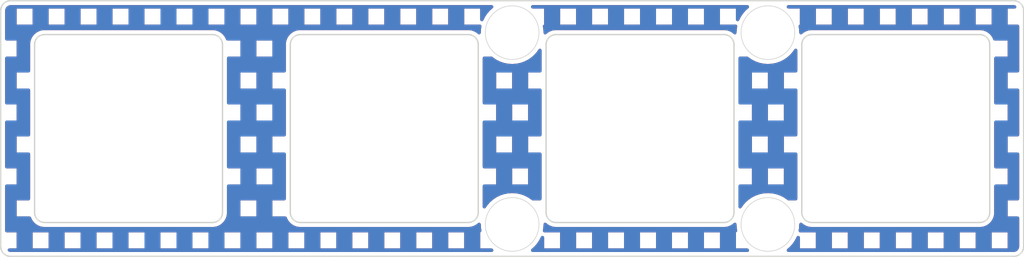
<source format=kicad_pcb>
(kicad_pcb (version 20221018) (generator pcbnew)
  (title_block (title "Numatray plate") (date "2024-11-14") (rev "1.0.0"))
  (layers (0 "F.Cu" signal) (31 "B.Cu" signal) (34 "B.Paste" user) (35 "F.Paste" user) (36 "B.SilkS" user "B.Silkscreen") (37 "F.SilkS" user "F.Silkscreen") (38 "B.Mask" user) (39 "F.Mask" user) (44 "Edge.Cuts" user))
  (net 0 "")
  (footprint "Marksard_Keyboard:SW_Hole_1_Round075" (layer "F.Cu") (at 76.200014 31.337498)
    (fp_text reference "H2" hide)
    (fp_text value "SWH2")
    (fp_line (start -7 -6.25) (end -7 6.25) (stroke (width 0.1)) (layer "Edge.Cuts"))
    (fp_line (start -6.25 7) (end 6.25 7) (stroke (width 0.1)) (layer "Edge.Cuts"))
    (fp_line (start 6.25 -7) (end -6.25 -7) (stroke (width 0.1)) (layer "Edge.Cuts"))
    (fp_line (start 7 6.25) (end 7 -6.25) (stroke (width 0.1)) (layer "Edge.Cuts"))
    (fp_arc (start -7 -6.25) (mid -6.78033 -6.78033) (end -6.25 -7) (stroke (width 0.1)) (layer "Edge.Cuts"))
    (fp_arc (start -6.25 7) (mid -6.78033 6.78033) (end -7 6.25) (stroke (width 0.1)) (layer "Edge.Cuts"))
    (fp_arc (start 6.25 -7) (mid 6.78033 -6.78033) (end 7 -6.25) (stroke (width 0.1)) (layer "Edge.Cuts"))
    (fp_arc (start 7 6.25) (mid 6.78033 6.78033) (end 6.25 7) (stroke (width 0.1)) (layer "Edge.Cuts"))
  )
  (footprint "Marksard_Keyboard:SW_Hole_1_Round075" (layer "F.Cu") (at 114.300046 31.337498)
    (fp_text reference "H4" hide)
    (fp_text value "SWH4")
    (fp_line (start -7 -6.25) (end -7 6.25) (stroke (width 0.1)) (layer "Edge.Cuts"))
    (fp_line (start -6.25 7) (end 6.25 7) (stroke (width 0.1)) (layer "Edge.Cuts"))
    (fp_line (start 6.25 -7) (end -6.25 -7) (stroke (width 0.1)) (layer "Edge.Cuts"))
    (fp_line (start 7 6.25) (end 7 -6.25) (stroke (width 0.1)) (layer "Edge.Cuts"))
    (fp_arc (start -7 -6.25) (mid -6.78033 -6.78033) (end -6.25 -7) (stroke (width 0.1)) (layer "Edge.Cuts"))
    (fp_arc (start -6.25 7) (mid -6.78033 6.78033) (end -7 6.25) (stroke (width 0.1)) (layer "Edge.Cuts"))
    (fp_arc (start 6.25 -7) (mid 6.78033 -6.78033) (end 7 -6.25) (stroke (width 0.1)) (layer "Edge.Cuts"))
    (fp_arc (start 7 6.25) (mid 6.78033 6.78033) (end 6.25 7) (stroke (width 0.1)) (layer "Edge.Cuts"))
  )
  (footprint "Marksard_Keyboard:SW_Hole_1_Round075" (layer "F.Cu") (at 57.149998 31.337498)
    (fp_text reference "H1" hide)
    (fp_text value "SWH1")
    (fp_line (start -7 -6.25) (end -7 6.25) (stroke (width 0.1)) (layer "Edge.Cuts"))
    (fp_line (start -6.25 7) (end 6.25 7) (stroke (width 0.1)) (layer "Edge.Cuts"))
    (fp_line (start 6.25 -7) (end -6.25 -7) (stroke (width 0.1)) (layer "Edge.Cuts"))
    (fp_line (start 7 6.25) (end 7 -6.25) (stroke (width 0.1)) (layer "Edge.Cuts"))
    (fp_arc (start -7 -6.25) (mid -6.78033 -6.78033) (end -6.25 -7) (stroke (width 0.1)) (layer "Edge.Cuts"))
    (fp_arc (start -6.25 7) (mid -6.78033 6.78033) (end -7 6.25) (stroke (width 0.1)) (layer "Edge.Cuts"))
    (fp_arc (start 6.25 -7) (mid 6.78033 -6.78033) (end 7 -6.25) (stroke (width 0.1)) (layer "Edge.Cuts"))
    (fp_arc (start 7 6.25) (mid 6.78033 6.78033) (end 6.25 7) (stroke (width 0.1)) (layer "Edge.Cuts"))
  )
  (footprint "Marksard_Keyboard:SW_Hole_1_Round075" (layer "F.Cu") (at 95.25003 31.337498)
    (fp_text reference "H3" hide)
    (fp_text value "SWH3")
    (fp_line (start -7 -6.25) (end -7 6.25) (stroke (width 0.1)) (layer "Edge.Cuts"))
    (fp_line (start -6.25 7) (end 6.25 7) (stroke (width 0.1)) (layer "Edge.Cuts"))
    (fp_line (start 6.25 -7) (end -6.25 -7) (stroke (width 0.1)) (layer "Edge.Cuts"))
    (fp_line (start 7 6.25) (end 7 -6.25) (stroke (width 0.1)) (layer "Edge.Cuts"))
    (fp_arc (start -7 -6.25) (mid -6.78033 -6.78033) (end -6.25 -7) (stroke (width 0.1)) (layer "Edge.Cuts"))
    (fp_arc (start -6.25 7) (mid -6.78033 6.78033) (end -7 6.25) (stroke (width 0.1)) (layer "Edge.Cuts"))
    (fp_arc (start 6.25 -7) (mid 6.78033 -6.78033) (end 7 -6.25) (stroke (width 0.1)) (layer "Edge.Cuts"))
    (fp_arc (start 7 6.25) (mid 6.78033 6.78033) (end 6.25 7) (stroke (width 0.1)) (layer "Edge.Cuts"))
  )
  (gr_line (start 123.824998 22.562498) (end 123.824998 40.112498) (stroke (width 0.1)) (layer "Edge.Cuts"))
  (gr_arc (start 48.374998 40.862498) (mid 47.844668 40.642828) (end 47.624998 40.112498) (stroke (width 0.1)) (layer "Edge.Cuts"))
  (gr_line (start 48.374998 21.812498) (end 123.074998 21.812498) (stroke (width 0.1)) (layer "Edge.Cuts"))
  (gr_arc (start 123.824998 40.112498) (mid 123.605328 40.642828) (end 123.074998 40.862498) (stroke (width 0.1)) (layer "Edge.Cuts"))
  (gr_line (start 72.024998 40.862498) (end 48.374998 40.862498) (stroke (width 0.1)) (layer "Edge.Cuts"))
  (gr_line (start 118.024998 40.862498) (end 72.024998 40.862498) (stroke (width 0.1)) (layer "Edge.Cuts"))
  (gr_circle (center 85.72503 24.19375) (end 87.72503 24.19375) (stroke (width 0.05)) (fill none) (layer "Edge.Cuts"))
  (gr_circle (center 104.775046 24.19375) (end 106.775046 24.19375) (stroke (width 0.05)) (fill none) (layer "Edge.Cuts"))
  (gr_line (start 47.624998 40.112498) (end 47.624998 22.562498) (stroke (width 0.1)) (layer "Edge.Cuts"))
  (gr_line (start 123.074998 40.862498) (end 118.024998 40.862498) (stroke (width 0.1)) (layer "Edge.Cuts"))
  (gr_arc (start 123.074998 21.812498) (mid 123.605328 22.032168) (end 123.824998 22.562498) (stroke (width 0.1)) (layer "Edge.Cuts"))
  (gr_arc (start 47.624998 22.562498) (mid 47.844668 22.032168) (end 48.374998 21.812498) (stroke (width 0.1)) (layer "Edge.Cuts"))
  (gr_circle (center 85.72503 38.481262) (end 87.72503 38.481262) (stroke (width 0.05)) (fill none) (layer "Edge.Cuts"))
  (gr_circle (center 104.775046 38.481262) (end 106.775046 38.481262) (stroke (width 0.05)) (fill none) (layer "Edge.Cuts"))
  (zone (net 0) (net_name "") (layers "F&B.Cu") (connect_pads (clearance 0)) (min_thickness 0.25)
    (keepout (tracks allowed) (vias allowed) (pads allowed) (copperpour not_allowed) (footprints allowed))
    (fill (thermal_gap 0.5) (thermal_bridge_width 0.5))
    (polygon (pts (xy 114.300054 39.071872) (xy 114.300054 40.262498) (xy 115.49068 40.262498) (xy 115.49068 39.071872)))
  )
  (zone (net 0) (net_name "") (layers "F&B.Cu") (connect_pads (clearance 0)) (min_thickness 0.25)
    (keepout (tracks allowed) (vias allowed) (pads allowed) (copperpour not_allowed) (footprints allowed))
    (fill (thermal_gap 0.5) (thermal_bridge_width 0.5))
    (polygon (pts (xy 50.00625 34.309368) (xy 50.00625 35.499994) (xy 51.196876 35.499994) (xy 51.196876 34.309368)))
  )
  (zone (net 0) (net_name "") (layers "F&B.Cu") (connect_pads (clearance 0)) (min_thickness 0.25)
    (keepout (tracks allowed) (vias allowed) (pads allowed) (copperpour not_allowed) (footprints allowed))
    (fill (thermal_gap 0.5) (thermal_bridge_width 0.5))
    (polygon (pts (xy 89.296908 31.928116) (xy 89.296908 33.118742) (xy 90.487534 33.118742) (xy 90.487534 31.928116)))
  )
  (zone (net 0) (net_name "") (layers "F&B.Cu") (connect_pads (clearance 0)) (min_thickness 0.25)
    (keepout (tracks allowed) (vias allowed) (pads allowed) (copperpour not_allowed) (footprints allowed))
    (fill (thermal_gap 0.5) (thermal_bridge_width 0.5))
    (polygon (pts (xy 85.72503 34.309368) (xy 85.72503 35.499994) (xy 86.915656 35.499994) (xy 86.915656 34.309368)))
  )
  (zone (net 0) (net_name "") (layers "F&B.Cu") (connect_pads (clearance 0)) (min_thickness 0.25)
    (keepout (tracks allowed) (vias allowed) (pads allowed) (copperpour not_allowed) (footprints allowed))
    (fill (thermal_gap 0.5) (thermal_bridge_width 0.5))
    (polygon (pts (xy 53.578128 36.69062) (xy 53.578128 37.881246) (xy 54.768754 37.881246) (xy 54.768754 36.69062)))
  )
  (zone (net 0) (net_name "") (layers "F&B.Cu") (connect_pads (clearance 0)) (min_thickness 0.25)
    (keepout (tracks allowed) (vias allowed) (pads allowed) (copperpour not_allowed) (footprints allowed))
    (fill (thermal_gap 0.5) (thermal_bridge_width 0.5))
    (polygon (pts (xy 119.062558 29.546864) (xy 119.062558 30.73749) (xy 120.253184 30.73749) (xy 120.253184 29.546864)))
  )
  (zone (net 0) (net_name "") (layers "F&B.Cu") (connect_pads (clearance 0)) (min_thickness 0.25)
    (keepout (tracks allowed) (vias allowed) (pads allowed) (copperpour not_allowed) (footprints allowed))
    (fill (thermal_gap 0.5) (thermal_bridge_width 0.5))
    (polygon (pts (xy 107.156298 29.546864) (xy 107.156298 30.73749) (xy 108.346924 30.73749) (xy 108.346924 29.546864)))
  )
  (zone (net 0) (net_name "") (layers "F&B.Cu") (connect_pads (clearance 0)) (min_thickness 0.25)
    (keepout (tracks allowed) (vias allowed) (pads allowed) (copperpour not_allowed) (footprints allowed))
    (fill (thermal_gap 0.5) (thermal_bridge_width 0.5))
    (polygon (pts (xy 79.7719 22.403108) (xy 79.7719 23.593734) (xy 80.962526 23.593734) (xy 80.962526 22.403108)))
  )
  (zone (net 0) (net_name "") (layers "F&B.Cu") (connect_pads (clearance 0)) (min_thickness 0.25)
    (keepout (tracks allowed) (vias allowed) (pads allowed) (copperpour not_allowed) (footprints allowed))
    (fill (thermal_gap 0.5) (thermal_bridge_width 0.5))
    (polygon (pts (xy 54.768754 39.071872) (xy 54.768754 40.262498) (xy 55.95938 40.262498) (xy 55.95938 39.071872)))
  )
  (zone (net 0) (net_name "") (layers "F&B.Cu") (connect_pads (clearance 0)) (min_thickness 0.25)
    (keepout (tracks allowed) (vias allowed) (pads allowed) (copperpour not_allowed) (footprints allowed))
    (fill (thermal_gap 0.5) (thermal_bridge_width 0.5))
    (polygon (pts (xy 86.915656 36.69062) (xy 86.915656 37.881246) (xy 88.106282 37.881246) (xy 88.106282 36.69062)))
  )
  (zone (net 0) (net_name "") (layers "F&B.Cu") (connect_pads (clearance 0.508)) (min_thickness 0.25) (fill yes (thermal_gap 0.5) (thermal_bridge_width 0.5) (island_removal_mode 1) (island_area_min 10))
    (polygon (pts (xy 47.624998 21.812482) (xy 47.624998 40.862498) (xy 123.825062 40.862498) (xy 123.825062 21.812482)))
  )
  (zone (net 0) (net_name "") (layers "F&B.Cu") (connect_pads (clearance 0)) (min_thickness 0.25)
    (keepout (tracks allowed) (vias allowed) (pads allowed) (copperpour not_allowed) (footprints allowed))
    (fill (thermal_gap 0.5) (thermal_bridge_width 0.5))
    (polygon (pts (xy 78.581274 39.071872) (xy 78.581274 40.262498) (xy 79.7719 40.262498) (xy 79.7719 39.071872)))
  )
  (zone (net 0) (net_name "") (layers "F&B.Cu") (connect_pads (clearance 0)) (min_thickness 0.25)
    (keepout (tracks allowed) (vias allowed) (pads allowed) (copperpour not_allowed) (footprints allowed))
    (fill (thermal_gap 0.5) (thermal_bridge_width 0.5))
    (polygon (pts (xy 109.53755 34.309368) (xy 109.53755 35.499994) (xy 110.728176 35.499994) (xy 110.728176 34.309368)))
  )
  (zone (net 0) (net_name "") (layers "F&B.Cu") (connect_pads (clearance 0)) (min_thickness 0.25)
    (keepout (tracks allowed) (vias allowed) (pads allowed) (copperpour not_allowed) (footprints allowed))
    (fill (thermal_gap 0.5) (thermal_bridge_width 0.5))
    (polygon (pts (xy 50.00625 39.071872) (xy 50.00625 40.262498) (xy 51.196876 40.262498) (xy 51.196876 39.071872)))
  )
  (zone (net 0) (net_name "") (layers "F&B.Cu") (connect_pads (clearance 0)) (min_thickness 0.25)
    (keepout (tracks allowed) (vias allowed) (pads allowed) (copperpour not_allowed) (footprints allowed))
    (fill (thermal_gap 0.5) (thermal_bridge_width 0.5))
    (polygon (pts (xy 64.293762 34.309368) (xy 64.293762 35.499994) (xy 65.484388 35.499994) (xy 65.484388 34.309368)))
  )
  (zone (net 0) (net_name "") (layers "F&B.Cu") (connect_pads (clearance 0)) (min_thickness 0.25)
    (keepout (tracks allowed) (vias allowed) (pads allowed) (copperpour not_allowed) (footprints allowed))
    (fill (thermal_gap 0.5) (thermal_bridge_width 0.5))
    (polygon (pts (xy 94.059412 31.928116) (xy 94.059412 33.118742) (xy 95.250038 33.118742) (xy 95.250038 31.928116)))
  )
  (zone (net 0) (net_name "") (layers "F&B.Cu") (connect_pads (clearance 0)) (min_thickness 0.25)
    (keepout (tracks allowed) (vias allowed) (pads allowed) (copperpour not_allowed) (footprints allowed))
    (fill (thermal_gap 0.5) (thermal_bridge_width 0.5))
    (polygon (pts (xy 79.7719 36.69062) (xy 79.7719 37.881246) (xy 80.962526 37.881246) (xy 80.962526 36.69062)))
  )
  (zone (net 0) (net_name "") (layers "F&B.Cu") (connect_pads (clearance 0)) (min_thickness 0.25)
    (keepout (tracks allowed) (vias allowed) (pads allowed) (copperpour not_allowed) (footprints allowed))
    (fill (thermal_gap 0.5) (thermal_bridge_width 0.5))
    (polygon (pts (xy 107.156298 39.071872) (xy 107.156298 40.262498) (xy 108.346924 40.262498) (xy 108.346924 39.071872)))
  )
  (zone (net 0) (net_name "") (layers "F&B.Cu") (connect_pads (clearance 0)) (min_thickness 0.25)
    (keepout (tracks allowed) (vias allowed) (pads allowed) (copperpour not_allowed) (footprints allowed))
    (fill (thermal_gap 0.5) (thermal_bridge_width 0.5))
    (polygon (pts (xy 108.346924 31.928116) (xy 108.346924 33.118742) (xy 109.53755 33.118742) (xy 109.53755 31.928116)))
  )
  (zone (net 0) (net_name "") (layers "F&B.Cu") (connect_pads (clearance 0)) (min_thickness 0.25)
    (keepout (tracks allowed) (vias allowed) (pads allowed) (copperpour not_allowed) (footprints allowed))
    (fill (thermal_gap 0.5) (thermal_bridge_width 0.5))
    (polygon (pts (xy 57.150006 39.071872) (xy 57.150006 40.262498) (xy 58.340632 40.262498) (xy 58.340632 39.071872)))
  )
  (zone (net 0) (net_name "") (layers "F&B.Cu") (connect_pads (clearance 0)) (min_thickness 0.25)
    (keepout (tracks allowed) (vias allowed) (pads allowed) (copperpour not_allowed) (footprints allowed))
    (fill (thermal_gap 0.5) (thermal_bridge_width 0.5))
    (polygon (pts (xy 47.624998 29.546864) (xy 47.624998 30.73749) (xy 48.815624 30.73749) (xy 48.815624 29.546864)))
  )
  (zone (net 0) (net_name "") (layers "F&B.Cu") (connect_pads (clearance 0)) (min_thickness 0.25)
    (keepout (tracks allowed) (vias allowed) (pads allowed) (copperpour not_allowed) (footprints allowed))
    (fill (thermal_gap 0.5) (thermal_bridge_width 0.5))
    (polygon (pts (xy 63.103136 36.69062) (xy 63.103136 37.881246) (xy 64.293762 37.881246) (xy 64.293762 36.69062)))
  )
  (zone (net 0) (net_name "") (layers "F&B.Cu") (connect_pads (clearance 0)) (min_thickness 0.25)
    (keepout (tracks allowed) (vias allowed) (pads allowed) (copperpour not_allowed) (footprints allowed))
    (fill (thermal_gap 0.5) (thermal_bridge_width 0.5))
    (polygon (pts (xy 117.871932 31.928116) (xy 117.871932 33.118742) (xy 119.062558 33.118742) (xy 119.062558 31.928116)))
  )
  (zone (net 0) (net_name "") (layers "F&B.Cu") (connect_pads (clearance 0)) (min_thickness 0.25)
    (keepout (tracks allowed) (vias allowed) (pads allowed) (copperpour not_allowed) (footprints allowed))
    (fill (thermal_gap 0.5) (thermal_bridge_width 0.5))
    (polygon (pts (xy 67.86564 27.165612) (xy 67.86564 28.356238) (xy 69.056266 28.356238) (xy 69.056266 27.165612)))
  )
  (zone (net 0) (net_name "") (layers "F&B.Cu") (connect_pads (clearance 0)) (min_thickness 0.25)
    (keepout (tracks allowed) (vias allowed) (pads allowed) (copperpour not_allowed) (footprints allowed))
    (fill (thermal_gap 0.5) (thermal_bridge_width 0.5))
    (polygon (pts (xy 75.009396 36.69062) (xy 75.009396 37.881246) (xy 76.200022 37.881246) (xy 76.200022 36.69062)))
  )
  (zone (net 0) (net_name "") (layers "F&B.Cu") (connect_pads (clearance 0)) (min_thickness 0.25)
    (keepout (tracks allowed) (vias allowed) (pads allowed) (copperpour not_allowed) (footprints allowed))
    (fill (thermal_gap 0.5) (thermal_bridge_width 0.5))
    (polygon (pts (xy 73.81877 29.546864) (xy 73.81877 30.73749) (xy 75.009396 30.73749) (xy 75.009396 29.546864)))
  )
  (zone (net 0) (net_name "") (layers "F&B.Cu") (connect_pads (clearance 0)) (min_thickness 0.25)
    (keepout (tracks allowed) (vias allowed) (pads allowed) (copperpour not_allowed) (footprints allowed))
    (fill (thermal_gap 0.5) (thermal_bridge_width 0.5))
    (polygon (pts (xy 102.393794 34.309368) (xy 102.393794 35.499994) (xy 103.58442 35.499994) (xy 103.58442 34.309368)))
  )
  (zone (net 0) (net_name "") (layers "F&B.Cu") (connect_pads (clearance 0)) (min_thickness 0.25)
    (keepout (tracks allowed) (vias allowed) (pads allowed) (copperpour not_allowed) (footprints allowed))
    (fill (thermal_gap 0.5) (thermal_bridge_width 0.5))
    (polygon (pts (xy 66.675014 39.071872) (xy 66.675014 40.262498) (xy 67.86564 40.262498) (xy 67.86564 39.071872)))
  )
  (zone (net 0) (net_name "") (layers "F&B.Cu") (connect_pads (clearance 0)) (min_thickness 0.25)
    (keepout (tracks allowed) (vias allowed) (pads allowed) (copperpour not_allowed) (footprints allowed))
    (fill (thermal_gap 0.5) (thermal_bridge_width 0.5))
    (polygon (pts (xy 122.634436 31.928116) (xy 122.634436 33.118742) (xy 123.825062 33.118742) (xy 123.825062 31.928116)))
  )
  (zone (net 0) (net_name "") (layers "F&B.Cu") (connect_pads (clearance 0)) (min_thickness 0.25)
    (keepout (tracks allowed) (vias allowed) (pads allowed) (copperpour not_allowed) (footprints allowed))
    (fill (thermal_gap 0.5) (thermal_bridge_width 0.5))
    (polygon (pts (xy 88.106282 34.309368) (xy 88.106282 35.499994) (xy 89.296908 35.499994) (xy 89.296908 34.309368)))
  )
  (zone (net 0) (net_name "") (layers "F&B.Cu") (connect_pads (clearance 0)) (min_thickness 0.25)
    (keepout (tracks allowed) (vias allowed) (pads allowed) (copperpour not_allowed) (footprints allowed))
    (fill (thermal_gap 0.5) (thermal_bridge_width 0.5))
    (polygon (pts (xy 51.196876 27.165612) (xy 51.196876 28.356238) (xy 52.387502 28.356238) (xy 52.387502 27.165612)))
  )
  (zone (net 0) (net_name "") (layers "F&B.Cu") (connect_pads (clearance 0)) (min_thickness 0.25)
    (keepout (tracks allowed) (vias allowed) (pads allowed) (copperpour not_allowed) (footprints allowed))
    (fill (thermal_gap 0.5) (thermal_bridge_width 0.5))
    (polygon (pts (xy 57.150006 34.309368) (xy 57.150006 35.499994) (xy 58.340632 35.499994) (xy 58.340632 34.309368)))
  )
  (zone (net 0) (net_name "") (layers "F&B.Cu") (connect_pads (clearance 0)) (min_thickness 0.25)
    (keepout (tracks allowed) (vias allowed) (pads allowed) (copperpour not_allowed) (footprints allowed))
    (fill (thermal_gap 0.5) (thermal_bridge_width 0.5))
    (polygon (pts (xy 84.534404 31.928116) (xy 84.534404 33.118742) (xy 85.72503 33.118742) (xy 85.72503 31.928116)))
  )
  (zone (net 0) (net_name "") (layers "F&B.Cu") (connect_pads (clearance 0)) (min_thickness 0.25)
    (keepout (tracks allowed) (vias allowed) (pads allowed) (copperpour not_allowed) (footprints allowed))
    (fill (thermal_gap 0.5) (thermal_bridge_width 0.5))
    (polygon (pts (xy 48.815624 27.165612) (xy 48.815624 28.356238) (xy 50.00625 28.356238) (xy 50.00625 27.165612)))
  )
  (zone (net 0) (net_name "") (layers "F&B.Cu") (connect_pads (clearance 0)) (min_thickness 0.25)
    (keepout (tracks allowed) (vias allowed) (pads allowed) (copperpour not_allowed) (footprints allowed))
    (fill (thermal_gap 0.5) (thermal_bridge_width 0.5))
    (polygon (pts (xy 65.484388 31.928116) (xy 65.484388 33.118742) (xy 66.675014 33.118742) (xy 66.675014 31.928116)))
  )
  (zone (net 0) (net_name "") (layers "F&B.Cu") (connect_pads (clearance 0)) (min_thickness 0.25)
    (keepout (tracks allowed) (vias allowed) (pads allowed) (copperpour not_allowed) (footprints allowed))
    (fill (thermal_gap 0.5) (thermal_bridge_width 0.5))
    (polygon (pts (xy 50.00625 24.78436) (xy 50.00625 25.974986) (xy 51.196876 25.974986) (xy 51.196876 24.78436)))
  )
  (zone (net 0) (net_name "") (layers "F&B.Cu") (connect_pads (clearance 0)) (min_thickness 0.25)
    (keepout (tracks allowed) (vias allowed) (pads allowed) (copperpour not_allowed) (footprints allowed))
    (fill (thermal_gap 0.5) (thermal_bridge_width 0.5))
    (polygon (pts (xy 100.012542 34.309368) (xy 100.012542 35.499994) (xy 101.203168 35.499994) (xy 101.203168 34.309368)))
  )
  (zone (net 0) (net_name "") (layers "F&B.Cu") (connect_pads (clearance 0)) (min_thickness 0.25)
    (keepout (tracks allowed) (vias allowed) (pads allowed) (copperpour not_allowed) (footprints allowed))
    (fill (thermal_gap 0.5) (thermal_bridge_width 0.5))
    (polygon (pts (xy 98.821916 22.403108) (xy 98.821916 23.593734) (xy 100.012542 23.593734) (xy 100.012542 22.403108)))
  )
  (zone (net 0) (net_name "") (layers "F&B.Cu") (connect_pads (clearance 0)) (min_thickness 0.25)
    (keepout (tracks allowed) (vias allowed) (pads allowed) (copperpour not_allowed) (footprints allowed))
    (fill (thermal_gap 0.5) (thermal_bridge_width 0.5))
    (polygon (pts (xy 61.91251 29.546864) (xy 61.91251 30.73749) (xy 63.103136 30.73749) (xy 63.103136 29.546864)))
  )
  (zone (net 0) (net_name "") (layers "F&B.Cu") (connect_pads (clearance 0)) (min_thickness 0.25)
    (keepout (tracks allowed) (vias allowed) (pads allowed) (copperpour not_allowed) (footprints allowed))
    (fill (thermal_gap 0.5) (thermal_bridge_width 0.5))
    (polygon (pts (xy 105.965672 31.928116) (xy 105.965672 33.118742) (xy 107.156298 33.118742) (xy 107.156298 31.928116)))
  )
  (zone (net 0) (net_name "") (layers "F&B.Cu") (connect_pads (clearance 0)) (min_thickness 0.25)
    (keepout (tracks allowed) (vias allowed) (pads allowed) (copperpour not_allowed) (footprints allowed))
    (fill (thermal_gap 0.5) (thermal_bridge_width 0.5))
    (polygon (pts (xy 58.340632 31.928116) (xy 58.340632 33.118742) (xy 59.531258 33.118742) (xy 59.531258 31.928116)))
  )
  (zone (net 0) (net_name "") (layers "F&B.Cu") (connect_pads (clearance 0)) (min_thickness 0.25)
    (keepout (tracks allowed) (vias allowed) (pads allowed) (copperpour not_allowed) (footprints allowed))
    (fill (thermal_gap 0.5) (thermal_bridge_width 0.5))
    (polygon (pts (xy 67.86564 31.928116) (xy 67.86564 33.118742) (xy 69.056266 33.118742) (xy 69.056266 31.928116)))
  )
  (zone (net 0) (net_name "") (layers "F&B.Cu") (connect_pads (clearance 0)) (min_thickness 0.25)
    (keepout (tracks allowed) (vias allowed) (pads allowed) (copperpour not_allowed) (footprints allowed))
    (fill (thermal_gap 0.5) (thermal_bridge_width 0.5))
    (polygon (pts (xy 107.156298 24.78436) (xy 107.156298 25.974986) (xy 108.346924 25.974986) (xy 108.346924 24.78436)))
  )
  (zone (net 0) (net_name "") (layers "F&B.Cu") (connect_pads (clearance 0)) (min_thickness 0.25)
    (keepout (tracks allowed) (vias allowed) (pads allowed) (copperpour not_allowed) (footprints allowed))
    (fill (thermal_gap 0.5) (thermal_bridge_width 0.5))
    (polygon (pts (xy 96.440664 31.928116) (xy 96.440664 33.118742) (xy 97.63129 33.118742) (xy 97.63129 31.928116)))
  )
  (zone (net 0) (net_name "") (layers "F&B.Cu") (connect_pads (clearance 0)) (min_thickness 0.25)
    (keepout (tracks allowed) (vias allowed) (pads allowed) (copperpour not_allowed) (footprints allowed))
    (fill (thermal_gap 0.5) (thermal_bridge_width 0.5))
    (polygon (pts (xy 108.346924 27.165612) (xy 108.346924 28.356238) (xy 109.53755 28.356238) (xy 109.53755 27.165612)))
  )
  (zone (net 0) (net_name "") (layers "F&B.Cu") (connect_pads (clearance 0)) (min_thickness 0.25)
    (keepout (tracks allowed) (vias allowed) (pads allowed) (copperpour not_allowed) (footprints allowed))
    (fill (thermal_gap 0.5) (thermal_bridge_width 0.5))
    (polygon (pts (xy 116.681306 29.546864) (xy 116.681306 30.73749) (xy 117.871932 30.73749) (xy 117.871932 29.546864)))
  )
  (zone (net 0) (net_name "") (layers "F&B.Cu") (connect_pads (clearance 0)) (min_thickness 0.25)
    (keepout (tracks allowed) (vias allowed) (pads allowed) (copperpour not_allowed) (footprints allowed))
    (fill (thermal_gap 0.5) (thermal_bridge_width 0.5))
    (polygon (pts (xy 120.253184 22.403108) (xy 120.253184 23.593734) (xy 121.44381 23.593734) (xy 121.44381 22.403108)))
  )
  (zone (net 0) (net_name "") (layers "F&B.Cu") (connect_pads (clearance 0)) (min_thickness 0.25)
    (keepout (tracks allowed) (vias allowed) (pads allowed) (copperpour not_allowed) (footprints allowed))
    (fill (thermal_gap 0.5) (thermal_bridge_width 0.5))
    (polygon (pts (xy 97.63129 34.309368) (xy 97.63129 35.499994) (xy 98.821916 35.499994) (xy 98.821916 34.309368)))
  )
  (zone (net 0) (net_name "") (layers "F&B.Cu") (connect_pads (clearance 0)) (min_thickness 0.25)
    (keepout (tracks allowed) (vias allowed) (pads allowed) (copperpour not_allowed) (footprints allowed))
    (fill (thermal_gap 0.5) (thermal_bridge_width 0.5))
    (polygon (pts (xy 100.012542 39.071872) (xy 100.012542 40.262498) (xy 101.203168 40.262498) (xy 101.203168 39.071872)))
  )
  (zone (net 0) (net_name "") (layers "F&B.Cu") (connect_pads (clearance 0)) (min_thickness 0.25)
    (keepout (tracks allowed) (vias allowed) (pads allowed) (copperpour not_allowed) (footprints allowed))
    (fill (thermal_gap 0.5) (thermal_bridge_width 0.5))
    (polygon (pts (xy 110.728176 31.928116) (xy 110.728176 33.118742) (xy 111.918802 33.118742) (xy 111.918802 31.928116)))
  )
  (zone (net 0) (net_name "") (layers "F&B.Cu") (connect_pads (clearance 0)) (min_thickness 0.25)
    (keepout (tracks allowed) (vias allowed) (pads allowed) (copperpour not_allowed) (footprints allowed))
    (fill (thermal_gap 0.5) (thermal_bridge_width 0.5))
    (polygon (pts (xy 113.109428 27.165612) (xy 113.109428 28.356238) (xy 114.300054 28.356238) (xy 114.300054 27.165612)))
  )
  (zone (net 0) (net_name "") (layers "F&B.Cu") (connect_pads (clearance 0)) (min_thickness 0.25)
    (keepout (tracks allowed) (vias allowed) (pads allowed) (copperpour not_allowed) (footprints allowed))
    (fill (thermal_gap 0.5) (thermal_bridge_width 0.5))
    (polygon (pts (xy 102.393794 39.071872) (xy 102.393794 40.262498) (xy 103.58442 40.262498) (xy 103.58442 39.071872)))
  )
  (zone (net 0) (net_name "") (layers "F&B.Cu") (connect_pads (clearance 0)) (min_thickness 0.25)
    (keepout (tracks allowed) (vias allowed) (pads allowed) (copperpour not_allowed) (footprints allowed))
    (fill (thermal_gap 0.5) (thermal_bridge_width 0.5))
    (polygon (pts (xy 69.056266 29.546864) (xy 69.056266 30.73749) (xy 70.246892 30.73749) (xy 70.246892 29.546864)))
  )
  (zone (net 0) (net_name "") (layers "F&B.Cu") (connect_pads (clearance 0)) (min_thickness 0.25)
    (keepout (tracks allowed) (vias allowed) (pads allowed) (copperpour not_allowed) (footprints allowed))
    (fill (thermal_gap 0.5) (thermal_bridge_width 0.5))
    (polygon (pts (xy 51.196876 22.403108) (xy 51.196876 23.593734) (xy 52.387502 23.593734) (xy 52.387502 22.403108)))
  )
  (zone (net 0) (net_name "") (layers "F&B.Cu") (connect_pads (clearance 0)) (min_thickness 0.25)
    (keepout (tracks allowed) (vias allowed) (pads allowed) (copperpour not_allowed) (footprints allowed))
    (fill (thermal_gap 0.5) (thermal_bridge_width 0.5))
    (polygon (pts (xy 64.293762 24.78436) (xy 64.293762 25.974986) (xy 65.484388 25.974986) (xy 65.484388 24.78436)))
  )
  (zone (net 0) (net_name "") (layers "F&B.Cu") (connect_pads (clearance 0)) (min_thickness 0.25)
    (keepout (tracks allowed) (vias allowed) (pads allowed) (copperpour not_allowed) (footprints allowed))
    (fill (thermal_gap 0.5) (thermal_bridge_width 0.5))
    (polygon (pts (xy 53.578128 22.403108) (xy 53.578128 23.593734) (xy 54.768754 23.593734) (xy 54.768754 22.403108)))
  )
  (zone (net 0) (net_name "") (layers "F&B.Cu") (connect_pads (clearance 0)) (min_thickness 0.25)
    (keepout (tracks allowed) (vias allowed) (pads allowed) (copperpour not_allowed) (footprints allowed))
    (fill (thermal_gap 0.5) (thermal_bridge_width 0.5))
    (polygon (pts (xy 85.72503 39.071872) (xy 85.72503 40.262498) (xy 86.915656 40.262498) (xy 86.915656 39.071872)))
  )
  (zone (net 0) (net_name "") (layers "F&B.Cu") (connect_pads (clearance 0)) (min_thickness 0.25)
    (keepout (tracks allowed) (vias allowed) (pads allowed) (copperpour not_allowed) (footprints allowed))
    (fill (thermal_gap 0.5) (thermal_bridge_width 0.5))
    (polygon (pts (xy 92.868786 24.78436) (xy 92.868786 25.974986) (xy 94.059412 25.974986) (xy 94.059412 24.78436)))
  )
  (zone (net 0) (net_name "") (layers "F&B.Cu") (connect_pads (clearance 0)) (min_thickness 0.25)
    (keepout (tracks allowed) (vias allowed) (pads allowed) (copperpour not_allowed) (footprints allowed))
    (fill (thermal_gap 0.5) (thermal_bridge_width 0.5))
    (polygon (pts (xy 80.962526 29.546864) (xy 80.962526 30.73749) (xy 82.153152 30.73749) (xy 82.153152 29.546864)))
  )
  (zone (net 0) (net_name "") (layers "F&B.Cu") (connect_pads (clearance 0)) (min_thickness 0.25)
    (keepout (tracks allowed) (vias allowed) (pads allowed) (copperpour not_allowed) (footprints allowed))
    (fill (thermal_gap 0.5) (thermal_bridge_width 0.5))
    (polygon (pts (xy 100.012542 29.546864) (xy 100.012542 30.73749) (xy 101.203168 30.73749) (xy 101.203168 29.546864)))
  )
  (zone (net 0) (net_name "") (layers "F&B.Cu") (connect_pads (clearance 0)) (min_thickness 0.25)
    (keepout (tracks allowed) (vias allowed) (pads allowed) (copperpour not_allowed) (footprints allowed))
    (fill (thermal_gap 0.5) (thermal_bridge_width 0.5))
    (polygon (pts (xy 54.768754 24.78436) (xy 54.768754 25.974986) (xy 55.95938 25.974986) (xy 55.95938 24.78436)))
  )
  (zone (net 0) (net_name "") (layers "F&B.Cu") (connect_pads (clearance 0)) (min_thickness 0.25)
    (keepout (tracks allowed) (vias allowed) (pads allowed) (copperpour not_allowed) (footprints allowed))
    (fill (thermal_gap 0.5) (thermal_bridge_width 0.5))
    (polygon (pts (xy 111.918802 24.78436) (xy 111.918802 25.974986) (xy 113.109428 25.974986) (xy 113.109428 24.78436)))
  )
  (zone (net 0) (net_name "") (layers "F&B.Cu") (connect_pads (clearance 0)) (min_thickness 0.25)
    (keepout (tracks allowed) (vias allowed) (pads allowed) (copperpour not_allowed) (footprints allowed))
    (fill (thermal_gap 0.5) (thermal_bridge_width 0.5))
    (polygon (pts (xy 122.634436 27.165612) (xy 122.634436 28.356238) (xy 123.825062 28.356238) (xy 123.825062 27.165612)))
  )
  (zone (net 0) (net_name "") (layers "F&B.Cu") (connect_pads (clearance 0)) (min_thickness 0.25)
    (keepout (tracks allowed) (vias allowed) (pads allowed) (copperpour not_allowed) (footprints allowed))
    (fill (thermal_gap 0.5) (thermal_bridge_width 0.5))
    (polygon (pts (xy 79.7719 31.928116) (xy 79.7719 33.118742) (xy 80.962526 33.118742) (xy 80.962526 31.928116)))
  )
  (zone (net 0) (net_name "") (layers "F&B.Cu") (connect_pads (clearance 0)) (min_thickness 0.25)
    (keepout (tracks allowed) (vias allowed) (pads allowed) (copperpour not_allowed) (footprints allowed))
    (fill (thermal_gap 0.5) (thermal_bridge_width 0.5))
    (polygon (pts (xy 66.675014 24.78436) (xy 66.675014 25.974986) (xy 67.86564 25.974986) (xy 67.86564 24.78436)))
  )
  (zone (net 0) (net_name "") (layers "F&B.Cu") (connect_pads (clearance 0)) (min_thickness 0.25)
    (keepout (tracks allowed) (vias allowed) (pads allowed) (copperpour not_allowed) (footprints allowed))
    (fill (thermal_gap 0.5) (thermal_bridge_width 0.5))
    (polygon (pts (xy 65.484388 22.403108) (xy 65.484388 23.593734) (xy 66.675014 23.593734) (xy 66.675014 22.403108)))
  )
  (zone (net 0) (net_name "") (layers "F&B.Cu") (connect_pads (clearance 0)) (min_thickness 0.25)
    (keepout (tracks allowed) (vias allowed) (pads allowed) (copperpour not_allowed) (footprints allowed))
    (fill (thermal_gap 0.5) (thermal_bridge_width 0.5))
    (polygon (pts (xy 80.962526 39.071872) (xy 80.962526 40.262498) (xy 82.153152 40.262498) (xy 82.153152 39.071872)))
  )
  (zone (net 0) (net_name "") (layers "F&B.Cu") (connect_pads (clearance 0)) (min_thickness 0.25)
    (keepout (tracks allowed) (vias allowed) (pads allowed) (copperpour not_allowed) (footprints allowed))
    (fill (thermal_gap 0.5) (thermal_bridge_width 0.5))
    (polygon (pts (xy 70.246892 27.165612) (xy 70.246892 28.356238) (xy 71.437518 28.356238) (xy 71.437518 27.165612)))
  )
  (zone (net 0) (net_name "") (layers "F&B.Cu") (connect_pads (clearance 0)) (min_thickness 0.25)
    (keepout (tracks allowed) (vias allowed) (pads allowed) (copperpour not_allowed) (footprints allowed))
    (fill (thermal_gap 0.5) (thermal_bridge_width 0.5))
    (polygon (pts (xy 88.106282 39.071872) (xy 88.106282 40.262498) (xy 89.296908 40.262498) (xy 89.296908 39.071872)))
  )
  (zone (net 0) (net_name "") (layers "F&B.Cu") (connect_pads (clearance 0)) (min_thickness 0.25)
    (keepout (tracks allowed) (vias allowed) (pads allowed) (copperpour not_allowed) (footprints allowed))
    (fill (thermal_gap 0.5) (thermal_bridge_width 0.5))
    (polygon (pts (xy 105.965672 27.165612) (xy 105.965672 28.356238) (xy 107.156298 28.356238) (xy 107.156298 27.165612)))
  )
  (zone (net 0) (net_name "") (layers "F&B.Cu") (connect_pads (clearance 0)) (min_thickness 0.25)
    (keepout (tracks allowed) (vias allowed) (pads allowed) (copperpour not_allowed) (footprints allowed))
    (fill (thermal_gap 0.5) (thermal_bridge_width 0.5))
    (polygon (pts (xy 85.72503 29.546864) (xy 85.72503 30.73749) (xy 86.915656 30.73749) (xy 86.915656 29.546864)))
  )
  (zone (net 0) (net_name "") (layers "F&B.Cu") (connect_pads (clearance 0)) (min_thickness 0.25)
    (keepout (tracks allowed) (vias allowed) (pads allowed) (copperpour not_allowed) (footprints allowed))
    (fill (thermal_gap 0.5) (thermal_bridge_width 0.5))
    (polygon (pts (xy 65.484388 36.69062) (xy 65.484388 37.881246) (xy 66.675014 37.881246) (xy 66.675014 36.69062)))
  )
  (zone (net 0) (net_name "") (layers "F&B.Cu") (connect_pads (clearance 0)) (min_thickness 0.25)
    (keepout (tracks allowed) (vias allowed) (pads allowed) (copperpour not_allowed) (footprints allowed))
    (fill (thermal_gap 0.5) (thermal_bridge_width 0.5))
    (polygon (pts (xy 111.918802 29.546864) (xy 111.918802 30.73749) (xy 113.109428 30.73749) (xy 113.109428 29.546864)))
  )
  (zone (net 0) (net_name "") (layers "F&B.Cu") (connect_pads (clearance 0)) (min_thickness 0.25)
    (keepout (tracks allowed) (vias allowed) (pads allowed) (copperpour not_allowed) (footprints allowed))
    (fill (thermal_gap 0.5) (thermal_bridge_width 0.5))
    (polygon (pts (xy 97.63129 39.071872) (xy 97.63129 40.262498) (xy 98.821916 40.262498) (xy 98.821916 39.071872)))
  )
  (zone (net 0) (net_name "") (layers "F&B.Cu") (connect_pads (clearance 0)) (min_thickness 0.25)
    (keepout (tracks allowed) (vias allowed) (pads allowed) (copperpour not_allowed) (footprints allowed))
    (fill (thermal_gap 0.5) (thermal_bridge_width 0.5))
    (polygon (pts (xy 90.487534 34.309368) (xy 90.487534 35.499994) (xy 91.67816 35.499994) (xy 91.67816 34.309368)))
  )
  (zone (net 0) (net_name "") (layers "F&B.Cu") (connect_pads (clearance 0)) (min_thickness 0.25)
    (keepout (tracks allowed) (vias allowed) (pads allowed) (copperpour not_allowed) (footprints allowed))
    (fill (thermal_gap 0.5) (thermal_bridge_width 0.5))
    (polygon (pts (xy 66.675014 29.546864) (xy 66.675014 30.73749) (xy 67.86564 30.73749) (xy 67.86564 29.546864)))
  )
  (zone (net 0) (net_name "") (layers "F&B.Cu") (connect_pads (clearance 0)) (min_thickness 0.25)
    (keepout (tracks allowed) (vias allowed) (pads allowed) (copperpour not_allowed) (footprints allowed))
    (fill (thermal_gap 0.5) (thermal_bridge_width 0.5))
    (polygon (pts (xy 63.103136 31.928116) (xy 63.103136 33.118742) (xy 64.293762 33.118742) (xy 64.293762 31.928116)))
  )
  (zone (net 0) (net_name "") (layers "F&B.Cu") (connect_pads (clearance 0)) (min_thickness 0.25)
    (keepout (tracks allowed) (vias allowed) (pads allowed) (copperpour not_allowed) (footprints allowed))
    (fill (thermal_gap 0.5) (thermal_bridge_width 0.5))
    (polygon (pts (xy 60.721884 31.928116) (xy 60.721884 33.118742) (xy 61.91251 33.118742) (xy 61.91251 31.928116)))
  )
  (zone (net 0) (net_name "") (layers "F&B.Cu") (connect_pads (clearance 0)) (min_thickness 0.25)
    (keepout (tracks allowed) (vias allowed) (pads allowed) (copperpour not_allowed) (footprints allowed))
    (fill (thermal_gap 0.5) (thermal_bridge_width 0.5))
    (polygon (pts (xy 98.821916 27.165612) (xy 98.821916 28.356238) (xy 100.012542 28.356238) (xy 100.012542 27.165612)))
  )
  (zone (net 0) (net_name "") (layers "F&B.Cu") (connect_pads (clearance 0)) (min_thickness 0.25)
    (keepout (tracks allowed) (vias allowed) (pads allowed) (copperpour not_allowed) (footprints allowed))
    (fill (thermal_gap 0.5) (thermal_bridge_width 0.5))
    (polygon (pts (xy 69.056266 24.78436) (xy 69.056266 25.974986) (xy 70.246892 25.974986) (xy 70.246892 24.78436)))
  )
  (zone (net 0) (net_name "") (layers "F&B.Cu") (connect_pads (clearance 0)) (min_thickness 0.25)
    (keepout (tracks allowed) (vias allowed) (pads allowed) (copperpour not_allowed) (footprints allowed))
    (fill (thermal_gap 0.5) (thermal_bridge_width 0.5))
    (polygon (pts (xy 60.721884 36.69062) (xy 60.721884 37.881246) (xy 61.91251 37.881246) (xy 61.91251 36.69062)))
  )
  (zone (net 0) (net_name "") (layers "F&B.Cu") (connect_pads (clearance 0)) (min_thickness 0.25)
    (keepout (tracks allowed) (vias allowed) (pads allowed) (copperpour not_allowed) (footprints allowed))
    (fill (thermal_gap 0.5) (thermal_bridge_width 0.5))
    (polygon (pts (xy 57.150006 24.78436) (xy 57.150006 25.974986) (xy 58.340632 25.974986) (xy 58.340632 24.78436)))
  )
  (zone (net 0) (net_name "") (layers "F&B.Cu") (connect_pads (clearance 0)) (min_thickness 0.25)
    (keepout (tracks allowed) (vias allowed) (pads allowed) (copperpour not_allowed) (footprints allowed))
    (fill (thermal_gap 0.5) (thermal_bridge_width 0.5))
    (polygon (pts (xy 83.343778 29.546864) (xy 83.343778 30.73749) (xy 84.534404 30.73749) (xy 84.534404 29.546864)))
  )
  (zone (net 0) (net_name "") (layers "F&B.Cu") (connect_pads (clearance 0)) (min_thickness 0.25)
    (keepout (tracks allowed) (vias allowed) (pads allowed) (copperpour not_allowed) (footprints allowed))
    (fill (thermal_gap 0.5) (thermal_bridge_width 0.5))
    (polygon (pts (xy 61.91251 24.78436) (xy 61.91251 25.974986) (xy 63.103136 25.974986) (xy 63.103136 24.78436)))
  )
  (zone (net 0) (net_name "") (layers "F&B.Cu") (connect_pads (clearance 0)) (min_thickness 0.25)
    (keepout (tracks allowed) (vias allowed) (pads allowed) (copperpour not_allowed) (footprints allowed))
    (fill (thermal_gap 0.5) (thermal_bridge_width 0.5))
    (polygon (pts (xy 82.153152 36.69062) (xy 82.153152 37.881246) (xy 83.343778 37.881246) (xy 83.343778 36.69062)))
  )
  (zone (net 0) (net_name "") (layers "F&B.Cu") (connect_pads (clearance 0)) (min_thickness 0.25)
    (keepout (tracks allowed) (vias allowed) (pads allowed) (copperpour not_allowed) (footprints allowed))
    (fill (thermal_gap 0.5) (thermal_bridge_width 0.5))
    (polygon (pts (xy 63.103136 27.165612) (xy 63.103136 28.356238) (xy 64.293762 28.356238) (xy 64.293762 27.165612)))
  )
  (zone (net 0) (net_name "") (layers "F&B.Cu") (connect_pads (clearance 0)) (min_thickness 0.25)
    (keepout (tracks allowed) (vias allowed) (pads allowed) (copperpour not_allowed) (footprints allowed))
    (fill (thermal_gap 0.5) (thermal_bridge_width 0.5))
    (polygon (pts (xy 90.487534 39.071872) (xy 90.487534 40.262498) (xy 91.67816 40.262498) (xy 91.67816 39.071872)))
  )
  (zone (net 0) (net_name "") (layers "F&B.Cu") (connect_pads (clearance 0)) (min_thickness 0.25)
    (keepout (tracks allowed) (vias allowed) (pads allowed) (copperpour not_allowed) (footprints allowed))
    (fill (thermal_gap 0.5) (thermal_bridge_width 0.5))
    (polygon (pts (xy 72.628144 22.403108) (xy 72.628144 23.593734) (xy 73.81877 23.593734) (xy 73.81877 22.403108)))
  )
  (zone (net 0) (net_name "") (layers "F&B.Cu") (connect_pads (clearance 0)) (min_thickness 0.25)
    (keepout (tracks allowed) (vias allowed) (pads allowed) (copperpour not_allowed) (footprints allowed))
    (fill (thermal_gap 0.5) (thermal_bridge_width 0.5))
    (polygon (pts (xy 55.95938 36.69062) (xy 55.95938 37.881246) (xy 57.150006 37.881246) (xy 57.150006 36.69062)))
  )
  (zone (net 0) (net_name "") (layers "F&B.Cu") (connect_pads (clearance 0)) (min_thickness 0.25)
    (keepout (tracks allowed) (vias allowed) (pads allowed) (copperpour not_allowed) (footprints allowed))
    (fill (thermal_gap 0.5) (thermal_bridge_width 0.5))
    (polygon (pts (xy 107.156298 34.309368) (xy 107.156298 35.499994) (xy 108.346924 35.499994) (xy 108.346924 34.309368)))
  )
  (zone (net 0) (net_name "") (layers "F&B.Cu") (connect_pads (clearance 0)) (min_thickness 0.25)
    (keepout (tracks allowed) (vias allowed) (pads allowed) (copperpour not_allowed) (footprints allowed))
    (fill (thermal_gap 0.5) (thermal_bridge_width 0.5))
    (polygon (pts (xy 120.253184 27.165612) (xy 120.253184 28.356238) (xy 121.44381 28.356238) (xy 121.44381 27.165612)))
  )
  (zone (net 0) (net_name "") (layers "F&B.Cu") (connect_pads (clearance 0)) (min_thickness 0.25)
    (keepout (tracks allowed) (vias allowed) (pads allowed) (copperpour not_allowed) (footprints allowed))
    (fill (thermal_gap 0.5) (thermal_bridge_width 0.5))
    (polygon (pts (xy 72.628144 27.165612) (xy 72.628144 28.356238) (xy 73.81877 28.356238) (xy 73.81877 27.165612)))
  )
  (zone (net 0) (net_name "") (layers "F&B.Cu") (connect_pads (clearance 0)) (min_thickness 0.25)
    (keepout (tracks allowed) (vias allowed) (pads allowed) (copperpour not_allowed) (footprints allowed))
    (fill (thermal_gap 0.5) (thermal_bridge_width 0.5))
    (polygon (pts (xy 84.534404 36.69062) (xy 84.534404 37.881246) (xy 85.72503 37.881246) (xy 85.72503 36.69062)))
  )
  (zone (net 0) (net_name "") (layers "F&B.Cu") (connect_pads (clearance 0)) (min_thickness 0.25)
    (keepout (tracks allowed) (vias allowed) (pads allowed) (copperpour not_allowed) (footprints allowed))
    (fill (thermal_gap 0.5) (thermal_bridge_width 0.5))
    (polygon (pts (xy 120.253184 36.69062) (xy 120.253184 37.881246) (xy 121.44381 37.881246) (xy 121.44381 36.69062)))
  )
  (zone (net 0) (net_name "") (layers "F&B.Cu") (connect_pads (clearance 0)) (min_thickness 0.25)
    (keepout (tracks allowed) (vias allowed) (pads allowed) (copperpour not_allowed) (footprints allowed))
    (fill (thermal_gap 0.5) (thermal_bridge_width 0.5))
    (polygon (pts (xy 70.246892 36.69062) (xy 70.246892 37.881246) (xy 71.437518 37.881246) (xy 71.437518 36.69062)))
  )
  (zone (net 0) (net_name "") (layers "F&B.Cu") (connect_pads (clearance 0)) (min_thickness 0.25)
    (keepout (tracks allowed) (vias allowed) (pads allowed) (copperpour not_allowed) (footprints allowed))
    (fill (thermal_gap 0.5) (thermal_bridge_width 0.5))
    (polygon (pts (xy 73.81877 39.071872) (xy 73.81877 40.262498) (xy 75.009396 40.262498) (xy 75.009396 39.071872)))
  )
  (zone (net 0) (net_name "") (layers "F&B.Cu") (connect_pads (clearance 0)) (min_thickness 0.25)
    (keepout (tracks allowed) (vias allowed) (pads allowed) (copperpour not_allowed) (footprints allowed))
    (fill (thermal_gap 0.5) (thermal_bridge_width 0.5))
    (polygon (pts (xy 113.109428 36.69062) (xy 113.109428 37.881246) (xy 114.300054 37.881246) (xy 114.300054 36.69062)))
  )
  (zone (net 0) (net_name "") (layers "F&B.Cu") (connect_pads (clearance 0)) (min_thickness 0.25)
    (keepout (tracks allowed) (vias allowed) (pads allowed) (copperpour not_allowed) (footprints allowed))
    (fill (thermal_gap 0.5) (thermal_bridge_width 0.5))
    (polygon (pts (xy 90.487534 24.78436) (xy 90.487534 25.974986) (xy 91.67816 25.974986) (xy 91.67816 24.78436)))
  )
  (zone (net 0) (net_name "") (layers "F&B.Cu") (connect_pads (clearance 0)) (min_thickness 0.25)
    (keepout (tracks allowed) (vias allowed) (pads allowed) (copperpour not_allowed) (footprints allowed))
    (fill (thermal_gap 0.5) (thermal_bridge_width 0.5))
    (polygon (pts (xy 76.200022 34.309368) (xy 76.200022 35.499994) (xy 77.390648 35.499994) (xy 77.390648 34.309368)))
  )
  (zone (net 0) (net_name "") (layers "F&B.Cu") (connect_pads (clearance 0)) (min_thickness 0.25)
    (keepout (tracks allowed) (vias allowed) (pads allowed) (copperpour not_allowed) (footprints allowed))
    (fill (thermal_gap 0.5) (thermal_bridge_width 0.5))
    (polygon (pts (xy 64.293762 39.071872) (xy 64.293762 40.262498) (xy 65.484388 40.262498) (xy 65.484388 39.071872)))
  )
  (zone (net 0) (net_name "") (layers "F&B.Cu") (connect_pads (clearance 0)) (min_thickness 0.25)
    (keepout (tracks allowed) (vias allowed) (pads allowed) (copperpour not_allowed) (footprints allowed))
    (fill (thermal_gap 0.5) (thermal_bridge_width 0.5))
    (polygon (pts (xy 91.67816 22.403108) (xy 91.67816 23.593734) (xy 92.868786 23.593734) (xy 92.868786 22.403108)))
  )
  (zone (net 0) (net_name "") (layers "F&B.Cu") (connect_pads (clearance 0)) (min_thickness 0.25)
    (keepout (tracks allowed) (vias allowed) (pads allowed) (copperpour not_allowed) (footprints allowed))
    (fill (thermal_gap 0.5) (thermal_bridge_width 0.5))
    (polygon (pts (xy 119.062558 24.78436) (xy 119.062558 25.974986) (xy 120.253184 25.974986) (xy 120.253184 24.78436)))
  )
  (zone (net 0) (net_name "") (layers "F&B.Cu") (connect_pads (clearance 0)) (min_thickness 0.25)
    (keepout (tracks allowed) (vias allowed) (pads allowed) (copperpour not_allowed) (footprints allowed))
    (fill (thermal_gap 0.5) (thermal_bridge_width 0.5))
    (polygon (pts (xy 121.44381 39.071872) (xy 121.44381 40.262498) (xy 122.634436 40.262498) (xy 122.634436 39.071872)))
  )
  (zone (net 0) (net_name "") (layers "F&B.Cu") (connect_pads (clearance 0)) (min_thickness 0.25)
    (keepout (tracks allowed) (vias allowed) (pads allowed) (copperpour not_allowed) (footprints allowed))
    (fill (thermal_gap 0.5) (thermal_bridge_width 0.5))
    (polygon (pts (xy 86.915656 27.165612) (xy 86.915656 28.356238) (xy 88.106282 28.356238) (xy 88.106282 27.165612)))
  )
  (zone (net 0) (net_name "") (layers "F&B.Cu") (connect_pads (clearance 0)) (min_thickness 0.25)
    (keepout (tracks allowed) (vias allowed) (pads allowed) (copperpour not_allowed) (footprints allowed))
    (fill (thermal_gap 0.5) (thermal_bridge_width 0.5))
    (polygon (pts (xy 55.95938 31.928116) (xy 55.95938 33.118742) (xy 57.150006 33.118742) (xy 57.150006 31.928116)))
  )
  (zone (net 0) (net_name "") (layers "F&B.Cu") (connect_pads (clearance 0)) (min_thickness 0.25)
    (keepout (tracks allowed) (vias allowed) (pads allowed) (copperpour not_allowed) (footprints allowed))
    (fill (thermal_gap 0.5) (thermal_bridge_width 0.5))
    (polygon (pts (xy 84.534404 22.403108) (xy 84.534404 23.593734) (xy 85.72503 23.593734) (xy 85.72503 22.403108)))
  )
  (zone (net 0) (net_name "") (layers "F&B.Cu") (connect_pads (clearance 0)) (min_thickness 0.25)
    (keepout (tracks allowed) (vias allowed) (pads allowed) (copperpour not_allowed) (footprints allowed))
    (fill (thermal_gap 0.5) (thermal_bridge_width 0.5))
    (polygon (pts (xy 73.81877 34.309368) (xy 73.81877 35.499994) (xy 75.009396 35.499994) (xy 75.009396 34.309368)))
  )
  (zone (net 0) (net_name "") (layers "F&B.Cu") (connect_pads (clearance 0)) (min_thickness 0.25)
    (keepout (tracks allowed) (vias allowed) (pads allowed) (copperpour not_allowed) (footprints allowed))
    (fill (thermal_gap 0.5) (thermal_bridge_width 0.5))
    (polygon (pts (xy 83.343778 39.071872) (xy 83.343778 40.262498) (xy 84.534404 40.262498) (xy 84.534404 39.071872)))
  )
  (zone (net 0) (net_name "") (layers "F&B.Cu") (connect_pads (clearance 0)) (min_thickness 0.25)
    (keepout (tracks allowed) (vias allowed) (pads allowed) (copperpour not_allowed) (footprints allowed))
    (fill (thermal_gap 0.5) (thermal_bridge_width 0.5))
    (polygon (pts (xy 96.440664 27.165612) (xy 96.440664 28.356238) (xy 97.63129 28.356238) (xy 97.63129 27.165612)))
  )
  (zone (net 0) (net_name "") (layers "F&B.Cu") (connect_pads (clearance 0)) (min_thickness 0.25)
    (keepout (tracks allowed) (vias allowed) (pads allowed) (copperpour not_allowed) (footprints allowed))
    (fill (thermal_gap 0.5) (thermal_bridge_width 0.5))
    (polygon (pts (xy 92.868786 29.546864) (xy 92.868786 30.73749) (xy 94.059412 30.73749) (xy 94.059412 29.546864)))
  )
  (zone (net 0) (net_name "") (layers "F&B.Cu") (connect_pads (clearance 0)) (min_thickness 0.25)
    (keepout (tracks allowed) (vias allowed) (pads allowed) (copperpour not_allowed) (footprints allowed))
    (fill (thermal_gap 0.5) (thermal_bridge_width 0.5))
    (polygon (pts (xy 94.059412 27.165612) (xy 94.059412 28.356238) (xy 95.250038 28.356238) (xy 95.250038 27.165612)))
  )
  (zone (net 0) (net_name "") (layers "F&B.Cu") (connect_pads (clearance 0)) (min_thickness 0.25)
    (keepout (tracks allowed) (vias allowed) (pads allowed) (copperpour not_allowed) (footprints allowed))
    (fill (thermal_gap 0.5) (thermal_bridge_width 0.5))
    (polygon (pts (xy 110.728176 22.403108) (xy 110.728176 23.593734) (xy 111.918802 23.593734) (xy 111.918802 22.403108)))
  )
  (zone (net 0) (net_name "") (layers "F&B.Cu") (connect_pads (clearance 0)) (min_thickness 0.25)
    (keepout (tracks allowed) (vias allowed) (pads allowed) (copperpour not_allowed) (footprints allowed))
    (fill (thermal_gap 0.5) (thermal_bridge_width 0.5))
    (polygon (pts (xy 103.58442 22.403108) (xy 103.58442 23.593734) (xy 104.775046 23.593734) (xy 104.775046 22.403108)))
  )
  (zone (net 0) (net_name "") (layers "F&B.Cu") (connect_pads (clearance 0)) (min_thickness 0.25)
    (keepout (tracks allowed) (vias allowed) (pads allowed) (copperpour not_allowed) (footprints allowed))
    (fill (thermal_gap 0.5) (thermal_bridge_width 0.5))
    (polygon (pts (xy 88.106282 24.78436) (xy 88.106282 25.974986) (xy 89.296908 25.974986) (xy 89.296908 24.78436)))
  )
  (zone (net 0) (net_name "") (layers "F&B.Cu") (connect_pads (clearance 0)) (min_thickness 0.25)
    (keepout (tracks allowed) (vias allowed) (pads allowed) (copperpour not_allowed) (footprints allowed))
    (fill (thermal_gap 0.5) (thermal_bridge_width 0.5))
    (polygon (pts (xy 77.390648 22.403108) (xy 77.390648 23.593734) (xy 78.581274 23.593734) (xy 78.581274 22.403108)))
  )
  (zone (net 0) (net_name "") (layers "F&B.Cu") (connect_pads (clearance 0)) (min_thickness 0.25)
    (keepout (tracks allowed) (vias allowed) (pads allowed) (copperpour not_allowed) (footprints allowed))
    (fill (thermal_gap 0.5) (thermal_bridge_width 0.5))
    (polygon (pts (xy 61.91251 34.309368) (xy 61.91251 35.499994) (xy 63.103136 35.499994) (xy 63.103136 34.309368)))
  )
  (zone (net 0) (net_name "") (layers "F&B.Cu") (connect_pads (clearance 0)) (min_thickness 0.25)
    (keepout (tracks allowed) (vias allowed) (pads allowed) (copperpour not_allowed) (footprints allowed))
    (fill (thermal_gap 0.5) (thermal_bridge_width 0.5))
    (polygon (pts (xy 115.49068 22.403108) (xy 115.49068 23.593734) (xy 116.681306 23.593734) (xy 116.681306 22.403108)))
  )
  (zone (net 0) (net_name "") (layers "F&B.Cu") (connect_pads (clearance 0)) (min_thickness 0.25)
    (keepout (tracks allowed) (vias allowed) (pads allowed) (copperpour not_allowed) (footprints allowed))
    (fill (thermal_gap 0.5) (thermal_bridge_width 0.5))
    (polygon (pts (xy 97.63129 24.78436) (xy 97.63129 25.974986) (xy 98.821916 25.974986) (xy 98.821916 24.78436)))
  )
  (zone (net 0) (net_name "") (layers "F&B.Cu") (connect_pads (clearance 0)) (min_thickness 0.25)
    (keepout (tracks allowed) (vias allowed) (pads allowed) (copperpour not_allowed) (footprints allowed))
    (fill (thermal_gap 0.5) (thermal_bridge_width 0.5))
    (polygon (pts (xy 59.531258 39.071872) (xy 59.531258 40.262498) (xy 60.721884 40.262498) (xy 60.721884 39.071872)))
  )
  (zone (net 0) (net_name "") (layers "F&B.Cu") (connect_pads (clearance 0)) (min_thickness 0.25)
    (keepout (tracks allowed) (vias allowed) (pads allowed) (copperpour not_allowed) (footprints allowed))
    (fill (thermal_gap 0.5) (thermal_bridge_width 0.5))
    (polygon (pts (xy 82.153152 27.165612) (xy 82.153152 28.356238) (xy 83.343778 28.356238) (xy 83.343778 27.165612)))
  )
  (zone (net 0) (net_name "") (layers "F&B.Cu") (connect_pads (clearance 0)) (min_thickness 0.25)
    (keepout (tracks allowed) (vias allowed) (pads allowed) (copperpour not_allowed) (footprints allowed))
    (fill (thermal_gap 0.5) (thermal_bridge_width 0.5))
    (polygon (pts (xy 104.775046 34.309368) (xy 104.775046 35.499994) (xy 105.965672 35.499994) (xy 105.965672 34.309368)))
  )
  (zone (net 0) (net_name "") (layers "F&B.Cu") (connect_pads (clearance 0)) (min_thickness 0.25)
    (keepout (tracks allowed) (vias allowed) (pads allowed) (copperpour not_allowed) (footprints allowed))
    (fill (thermal_gap 0.5) (thermal_bridge_width 0.5))
    (polygon (pts (xy 119.062558 34.309368) (xy 119.062558 35.499994) (xy 120.253184 35.499994) (xy 120.253184 34.309368)))
  )
  (zone (net 0) (net_name "") (layers "F&B.Cu") (connect_pads (clearance 0)) (min_thickness 0.25)
    (keepout (tracks allowed) (vias allowed) (pads allowed) (copperpour not_allowed) (footprints allowed))
    (fill (thermal_gap 0.5) (thermal_bridge_width 0.5))
    (polygon (pts (xy 111.918802 34.309368) (xy 111.918802 35.499994) (xy 113.109428 35.499994) (xy 113.109428 34.309368)))
  )
  (zone (net 0) (net_name "") (layers "F&B.Cu") (connect_pads (clearance 0)) (min_thickness 0.25)
    (keepout (tracks allowed) (vias allowed) (pads allowed) (copperpour not_allowed) (footprints allowed))
    (fill (thermal_gap 0.5) (thermal_bridge_width 0.5))
    (polygon (pts (xy 92.868786 34.309368) (xy 92.868786 35.499994) (xy 94.059412 35.499994) (xy 94.059412 34.309368)))
  )
  (zone (net 0) (net_name "") (layers "F&B.Cu") (connect_pads (clearance 0)) (min_thickness 0.25)
    (keepout (tracks allowed) (vias allowed) (pads allowed) (copperpour not_allowed) (footprints allowed))
    (fill (thermal_gap 0.5) (thermal_bridge_width 0.5))
    (polygon (pts (xy 113.109428 22.403108) (xy 113.109428 23.593734) (xy 114.300054 23.593734) (xy 114.300054 22.403108)))
  )
  (zone (net 0) (net_name "") (layers "F&B.Cu") (connect_pads (clearance 0)) (min_thickness 0.25)
    (keepout (tracks allowed) (vias allowed) (pads allowed) (copperpour not_allowed) (footprints allowed))
    (fill (thermal_gap 0.5) (thermal_bridge_width 0.5))
    (polygon (pts (xy 79.7719 27.165612) (xy 79.7719 28.356238) (xy 80.962526 28.356238) (xy 80.962526 27.165612)))
  )
  (zone (net 0) (net_name "") (layers "F&B.Cu") (connect_pads (clearance 0)) (min_thickness 0.25)
    (keepout (tracks allowed) (vias allowed) (pads allowed) (copperpour not_allowed) (footprints allowed))
    (fill (thermal_gap 0.5) (thermal_bridge_width 0.5))
    (polygon (pts (xy 71.437518 24.78436) (xy 71.437518 25.974986) (xy 72.628144 25.974986) (xy 72.628144 24.78436)))
  )
  (zone (net 0) (net_name "") (layers "F&B.Cu") (connect_pads (clearance 0)) (min_thickness 0.25)
    (keepout (tracks allowed) (vias allowed) (pads allowed) (copperpour not_allowed) (footprints allowed))
    (fill (thermal_gap 0.5) (thermal_bridge_width 0.5))
    (polygon (pts (xy 91.67816 31.928116) (xy 91.67816 33.118742) (xy 92.868786 33.118742) (xy 92.868786 31.928116)))
  )
  (zone (net 0) (net_name "") (layers "F&B.Cu") (connect_pads (clearance 0)) (min_thickness 0.25)
    (keepout (tracks allowed) (vias allowed) (pads allowed) (copperpour not_allowed) (footprints allowed))
    (fill (thermal_gap 0.5) (thermal_bridge_width 0.5))
    (polygon (pts (xy 52.387502 39.071872) (xy 52.387502 40.262498) (xy 53.578128 40.262498) (xy 53.578128 39.071872)))
  )
  (zone (net 0) (net_name "") (layers "F&B.Cu") (connect_pads (clearance 0)) (min_thickness 0.25)
    (keepout (tracks allowed) (vias allowed) (pads allowed) (copperpour not_allowed) (footprints allowed))
    (fill (thermal_gap 0.5) (thermal_bridge_width 0.5))
    (polygon (pts (xy 60.721884 27.165612) (xy 60.721884 28.356238) (xy 61.91251 28.356238) (xy 61.91251 27.165612)))
  )
  (zone (net 0) (net_name "") (layers "F&B.Cu") (connect_pads (clearance 0)) (min_thickness 0.25)
    (keepout (tracks allowed) (vias allowed) (pads allowed) (copperpour not_allowed) (footprints allowed))
    (fill (thermal_gap 0.5) (thermal_bridge_width 0.5))
    (polygon (pts (xy 54.768754 29.546864) (xy 54.768754 30.73749) (xy 55.95938 30.73749) (xy 55.95938 29.546864)))
  )
  (zone (net 0) (net_name "") (layers "F&B.Cu") (connect_pads (clearance 0)) (min_thickness 0.25)
    (keepout (tracks allowed) (vias allowed) (pads allowed) (copperpour not_allowed) (footprints allowed))
    (fill (thermal_gap 0.5) (thermal_bridge_width 0.5))
    (polygon (pts (xy 47.624998 34.309368) (xy 47.624998 35.499994) (xy 48.815624 35.499994) (xy 48.815624 34.309368)))
  )
  (zone (net 0) (net_name "") (layers "F&B.Cu") (connect_pads (clearance 0)) (min_thickness 0.25)
    (keepout (tracks allowed) (vias allowed) (pads allowed) (copperpour not_allowed) (footprints allowed))
    (fill (thermal_gap 0.5) (thermal_bridge_width 0.5))
    (polygon (pts (xy 83.343778 24.78436) (xy 83.343778 25.974986) (xy 84.534404 25.974986) (xy 84.534404 24.78436)))
  )
  (zone (net 0) (net_name "") (layers "F&B.Cu") (connect_pads (clearance 0)) (min_thickness 0.25)
    (keepout (tracks allowed) (vias allowed) (pads allowed) (copperpour not_allowed) (footprints allowed))
    (fill (thermal_gap 0.5) (thermal_bridge_width 0.5))
    (polygon (pts (xy 71.437518 39.071872) (xy 71.437518 40.262498) (xy 72.628144 40.262498) (xy 72.628144 39.071872)))
  )
  (zone (net 0) (net_name "") (layers "F&B.Cu") (connect_pads (clearance 0)) (min_thickness 0.25)
    (keepout (tracks allowed) (vias allowed) (pads allowed) (copperpour not_allowed) (footprints allowed))
    (fill (thermal_gap 0.5) (thermal_bridge_width 0.5))
    (polygon (pts (xy 61.91251 39.071872) (xy 61.91251 40.262498) (xy 63.103136 40.262498) (xy 63.103136 39.071872)))
  )
  (zone (net 0) (net_name "") (layers "F&B.Cu") (connect_pads (clearance 0)) (min_thickness 0.25)
    (keepout (tracks allowed) (vias allowed) (pads allowed) (copperpour not_allowed) (footprints allowed))
    (fill (thermal_gap 0.5) (thermal_bridge_width 0.5))
    (polygon (pts (xy 121.44381 24.78436) (xy 121.44381 25.974986) (xy 122.634436 25.974986) (xy 122.634436 24.78436)))
  )
  (zone (net 0) (net_name "") (layers "F&B.Cu") (connect_pads (clearance 0)) (min_thickness 0.25)
    (keepout (tracks allowed) (vias allowed) (pads allowed) (copperpour not_allowed) (footprints allowed))
    (fill (thermal_gap 0.5) (thermal_bridge_width 0.5))
    (polygon (pts (xy 69.056266 39.071872) (xy 69.056266 40.262498) (xy 70.246892 40.262498) (xy 70.246892 39.071872)))
  )
  (zone (net 0) (net_name "") (layers "F&B.Cu") (connect_pads (clearance 0)) (min_thickness 0.25)
    (keepout (tracks allowed) (vias allowed) (pads allowed) (copperpour not_allowed) (footprints allowed))
    (fill (thermal_gap 0.5) (thermal_bridge_width 0.5))
    (polygon (pts (xy 92.868786 39.071872) (xy 92.868786 40.262498) (xy 94.059412 40.262498) (xy 94.059412 39.071872)))
  )
  (zone (net 0) (net_name "") (layers "F&B.Cu") (connect_pads (clearance 0)) (min_thickness 0.25)
    (keepout (tracks allowed) (vias allowed) (pads allowed) (copperpour not_allowed) (footprints allowed))
    (fill (thermal_gap 0.5) (thermal_bridge_width 0.5))
    (polygon (pts (xy 70.246892 22.403108) (xy 70.246892 23.593734) (xy 71.437518 23.593734) (xy 71.437518 22.403108)))
  )
  (zone (net 0) (net_name "") (layers "F&B.Cu") (connect_pads (clearance 0)) (min_thickness 0.25)
    (keepout (tracks allowed) (vias allowed) (pads allowed) (copperpour not_allowed) (footprints allowed))
    (fill (thermal_gap 0.5) (thermal_bridge_width 0.5))
    (polygon (pts (xy 51.196876 31.928116) (xy 51.196876 33.118742) (xy 52.387502 33.118742) (xy 52.387502 31.928116)))
  )
  (zone (net 0) (net_name "") (layers "F&B.Cu") (connect_pads (clearance 0)) (min_thickness 0.25)
    (keepout (tracks allowed) (vias allowed) (pads allowed) (copperpour not_allowed) (footprints allowed))
    (fill (thermal_gap 0.5) (thermal_bridge_width 0.5))
    (polygon (pts (xy 65.484388 27.165612) (xy 65.484388 28.356238) (xy 66.675014 28.356238) (xy 66.675014 27.165612)))
  )
  (zone (net 0) (net_name "") (layers "F&B.Cu") (connect_pads (clearance 0)) (min_thickness 0.25)
    (keepout (tracks allowed) (vias allowed) (pads allowed) (copperpour not_allowed) (footprints allowed))
    (fill (thermal_gap 0.5) (thermal_bridge_width 0.5))
    (polygon (pts (xy 96.440664 22.403108) (xy 96.440664 23.593734) (xy 97.63129 23.593734) (xy 97.63129 22.403108)))
  )
  (zone (net 0) (net_name "") (layers "F&B.Cu") (connect_pads (clearance 0)) (min_thickness 0.25)
    (keepout (tracks allowed) (vias allowed) (pads allowed) (copperpour not_allowed) (footprints allowed))
    (fill (thermal_gap 0.5) (thermal_bridge_width 0.5))
    (polygon (pts (xy 120.253184 31.928116) (xy 120.253184 33.118742) (xy 121.44381 33.118742) (xy 121.44381 31.928116)))
  )
  (zone (net 0) (net_name "") (layers "F&B.Cu") (connect_pads (clearance 0)) (min_thickness 0.25)
    (keepout (tracks allowed) (vias allowed) (pads allowed) (copperpour not_allowed) (footprints allowed))
    (fill (thermal_gap 0.5) (thermal_bridge_width 0.5))
    (polygon (pts (xy 105.965672 22.403108) (xy 105.965672 23.593734) (xy 107.156298 23.593734) (xy 107.156298 22.403108)))
  )
  (zone (net 0) (net_name "") (layers "F&B.Cu") (connect_pads (clearance 0)) (min_thickness 0.25)
    (keepout (tracks allowed) (vias allowed) (pads allowed) (copperpour not_allowed) (footprints allowed))
    (fill (thermal_gap 0.5) (thermal_bridge_width 0.5))
    (polygon (pts (xy 110.728176 36.69062) (xy 110.728176 37.881246) (xy 111.918802 37.881246) (xy 111.918802 36.69062)))
  )
  (zone (net 0) (net_name "") (layers "F&B.Cu") (connect_pads (clearance 0)) (min_thickness 0.25)
    (keepout (tracks allowed) (vias allowed) (pads allowed) (copperpour not_allowed) (footprints allowed))
    (fill (thermal_gap 0.5) (thermal_bridge_width 0.5))
    (polygon (pts (xy 121.44381 34.309368) (xy 121.44381 35.499994) (xy 122.634436 35.499994) (xy 122.634436 34.309368)))
  )
  (zone (net 0) (net_name "") (layers "F&B.Cu") (connect_pads (clearance 0)) (min_thickness 0.25)
    (keepout (tracks allowed) (vias allowed) (pads allowed) (copperpour not_allowed) (footprints allowed))
    (fill (thermal_gap 0.5) (thermal_bridge_width 0.5))
    (polygon (pts (xy 71.437518 34.309368) (xy 71.437518 35.499994) (xy 72.628144 35.499994) (xy 72.628144 34.309368)))
  )
  (zone (net 0) (net_name "") (layers "F&B.Cu") (connect_pads (clearance 0)) (min_thickness 0.25)
    (keepout (tracks allowed) (vias allowed) (pads allowed) (copperpour not_allowed) (footprints allowed))
    (fill (thermal_gap 0.5) (thermal_bridge_width 0.5))
    (polygon (pts (xy 109.53755 39.071872) (xy 109.53755 40.262498) (xy 110.728176 40.262498) (xy 110.728176 39.071872)))
  )
  (zone (net 0) (net_name "") (layers "F&B.Cu") (connect_pads (clearance 0)) (min_thickness 0.25)
    (keepout (tracks allowed) (vias allowed) (pads allowed) (copperpour not_allowed) (footprints allowed))
    (fill (thermal_gap 0.5) (thermal_bridge_width 0.5))
    (polygon (pts (xy 110.728176 27.165612) (xy 110.728176 28.356238) (xy 111.918802 28.356238) (xy 111.918802 27.165612)))
  )
  (zone (net 0) (net_name "") (layers "F&B.Cu") (connect_pads (clearance 0)) (min_thickness 0.25)
    (keepout (tracks allowed) (vias allowed) (pads allowed) (copperpour not_allowed) (footprints allowed))
    (fill (thermal_gap 0.5) (thermal_bridge_width 0.5))
    (polygon (pts (xy 117.871932 27.165612) (xy 117.871932 28.356238) (xy 119.062558 28.356238) (xy 119.062558 27.165612)))
  )
  (zone (net 0) (net_name "") (layers "F&B.Cu") (connect_pads (clearance 0)) (min_thickness 0.25)
    (keepout (tracks allowed) (vias allowed) (pads allowed) (copperpour not_allowed) (footprints allowed))
    (fill (thermal_gap 0.5) (thermal_bridge_width 0.5))
    (polygon (pts (xy 48.815624 31.928116) (xy 48.815624 33.118742) (xy 50.00625 33.118742) (xy 50.00625 31.928116)))
  )
  (zone (net 0) (net_name "") (layers "F&B.Cu") (connect_pads (clearance 0)) (min_thickness 0.25)
    (keepout (tracks allowed) (vias allowed) (pads allowed) (copperpour not_allowed) (footprints allowed))
    (fill (thermal_gap 0.5) (thermal_bridge_width 0.5))
    (polygon (pts (xy 51.196876 36.69062) (xy 51.196876 37.881246) (xy 52.387502 37.881246) (xy 52.387502 36.69062)))
  )
  (zone (net 0) (net_name "") (layers "F&B.Cu") (connect_pads (clearance 0)) (min_thickness 0.25)
    (keepout (tracks allowed) (vias allowed) (pads allowed) (copperpour not_allowed) (footprints allowed))
    (fill (thermal_gap 0.5) (thermal_bridge_width 0.5))
    (polygon (pts (xy 78.581274 34.309368) (xy 78.581274 35.499994) (xy 79.7719 35.499994) (xy 79.7719 34.309368)))
  )
  (zone (net 0) (net_name "") (layers "F&B.Cu") (connect_pads (clearance 0)) (min_thickness 0.25)
    (keepout (tracks allowed) (vias allowed) (pads allowed) (copperpour not_allowed) (footprints allowed))
    (fill (thermal_gap 0.5) (thermal_bridge_width 0.5))
    (polygon (pts (xy 94.059412 22.403108) (xy 94.059412 23.593734) (xy 95.250038 23.593734) (xy 95.250038 22.403108)))
  )
  (zone (net 0) (net_name "") (layers "F&B.Cu") (connect_pads (clearance 0)) (min_thickness 0.25)
    (keepout (tracks allowed) (vias allowed) (pads allowed) (copperpour not_allowed) (footprints allowed))
    (fill (thermal_gap 0.5) (thermal_bridge_width 0.5))
    (polygon (pts (xy 103.58442 36.69062) (xy 103.58442 37.881246) (xy 104.775046 37.881246) (xy 104.775046 36.69062)))
  )
  (zone (net 0) (net_name "") (layers "F&B.Cu") (connect_pads (clearance 0)) (min_thickness 0.25)
    (keepout (tracks allowed) (vias allowed) (pads allowed) (copperpour not_allowed) (footprints allowed))
    (fill (thermal_gap 0.5) (thermal_bridge_width 0.5))
    (polygon (pts (xy 95.250038 29.546864) (xy 95.250038 30.73749) (xy 96.440664 30.73749) (xy 96.440664 29.546864)))
  )
  (zone (net 0) (net_name "") (layers "F&B.Cu") (connect_pads (clearance 0)) (min_thickness 0.25)
    (keepout (tracks allowed) (vias allowed) (pads allowed) (copperpour not_allowed) (footprints allowed))
    (fill (thermal_gap 0.5) (thermal_bridge_width 0.5))
    (polygon (pts (xy 122.634436 22.403108) (xy 122.634436 23.593734) (xy 123.825062 23.593734) (xy 123.825062 22.403108)))
  )
  (zone (net 0) (net_name "") (layers "F&B.Cu") (connect_pads (clearance 0)) (min_thickness 0.25)
    (keepout (tracks allowed) (vias allowed) (pads allowed) (copperpour not_allowed) (footprints allowed))
    (fill (thermal_gap 0.5) (thermal_bridge_width 0.5))
    (polygon (pts (xy 119.062558 39.071872) (xy 119.062558 40.262498) (xy 120.253184 40.262498) (xy 120.253184 39.071872)))
  )
  (zone (net 0) (net_name "") (layers "F&B.Cu") (connect_pads (clearance 0)) (min_thickness 0.25)
    (keepout (tracks allowed) (vias allowed) (pads allowed) (copperpour not_allowed) (footprints allowed))
    (fill (thermal_gap 0.5) (thermal_bridge_width 0.5))
    (polygon (pts (xy 67.86564 22.403108) (xy 67.86564 23.593734) (xy 69.056266 23.593734) (xy 69.056266 22.403108)))
  )
  (zone (net 0) (net_name "") (layers "F&B.Cu") (connect_pads (clearance 0)) (min_thickness 0.25)
    (keepout (tracks allowed) (vias allowed) (pads allowed) (copperpour not_allowed) (footprints allowed))
    (fill (thermal_gap 0.5) (thermal_bridge_width 0.5))
    (polygon (pts (xy 53.578128 31.928116) (xy 53.578128 33.118742) (xy 54.768754 33.118742) (xy 54.768754 31.928116)))
  )
  (zone (net 0) (net_name "") (layers "F&B.Cu") (connect_pads (clearance 0)) (min_thickness 0.25)
    (keepout (tracks allowed) (vias allowed) (pads allowed) (copperpour not_allowed) (footprints allowed))
    (fill (thermal_gap 0.5) (thermal_bridge_width 0.5))
    (polygon (pts (xy 116.681306 24.78436) (xy 116.681306 25.974986) (xy 117.871932 25.974986) (xy 117.871932 24.78436)))
  )
  (zone (net 0) (net_name "") (layers "F&B.Cu") (connect_pads (clearance 0)) (min_thickness 0.25)
    (keepout (tracks allowed) (vias allowed) (pads allowed) (copperpour not_allowed) (footprints allowed))
    (fill (thermal_gap 0.5) (thermal_bridge_width 0.5))
    (polygon (pts (xy 69.056266 34.309368) (xy 69.056266 35.499994) (xy 70.246892 35.499994) (xy 70.246892 34.309368)))
  )
  (zone (net 0) (net_name "") (layers "F&B.Cu") (connect_pads (clearance 0)) (min_thickness 0.25)
    (keepout (tracks allowed) (vias allowed) (pads allowed) (copperpour not_allowed) (footprints allowed))
    (fill (thermal_gap 0.5) (thermal_bridge_width 0.5))
    (polygon (pts (xy 70.246892 31.928116) (xy 70.246892 33.118742) (xy 71.437518 33.118742) (xy 71.437518 31.928116)))
  )
  (zone (net 0) (net_name "") (layers "F&B.Cu") (connect_pads (clearance 0)) (min_thickness 0.25)
    (keepout (tracks allowed) (vias allowed) (pads allowed) (copperpour not_allowed) (footprints allowed))
    (fill (thermal_gap 0.5) (thermal_bridge_width 0.5))
    (polygon (pts (xy 105.965672 36.69062) (xy 105.965672 37.881246) (xy 107.156298 37.881246) (xy 107.156298 36.69062)))
  )
  (zone (net 0) (net_name "") (layers "F&B.Cu") (connect_pads (clearance 0)) (min_thickness 0.25)
    (keepout (tracks allowed) (vias allowed) (pads allowed) (copperpour not_allowed) (footprints allowed))
    (fill (thermal_gap 0.5) (thermal_bridge_width 0.5))
    (polygon (pts (xy 100.012542 24.78436) (xy 100.012542 25.974986) (xy 101.203168 25.974986) (xy 101.203168 24.78436)))
  )
  (zone (net 0) (net_name "") (layers "F&B.Cu") (connect_pads (clearance 0)) (min_thickness 0.25)
    (keepout (tracks allowed) (vias allowed) (pads allowed) (copperpour not_allowed) (footprints allowed))
    (fill (thermal_gap 0.5) (thermal_bridge_width 0.5))
    (polygon (pts (xy 97.63129 29.546864) (xy 97.63129 30.73749) (xy 98.821916 30.73749) (xy 98.821916 29.546864)))
  )
  (zone (net 0) (net_name "") (layers "F&B.Cu") (connect_pads (clearance 0)) (min_thickness 0.25)
    (keepout (tracks allowed) (vias allowed) (pads allowed) (copperpour not_allowed) (footprints allowed))
    (fill (thermal_gap 0.5) (thermal_bridge_width 0.5))
    (polygon (pts (xy 54.768754 34.309368) (xy 54.768754 35.499994) (xy 55.95938 35.499994) (xy 55.95938 34.309368)))
  )
  (zone (net 0) (net_name "") (layers "F&B.Cu") (connect_pads (clearance 0)) (min_thickness 0.25)
    (keepout (tracks allowed) (vias allowed) (pads allowed) (copperpour not_allowed) (footprints allowed))
    (fill (thermal_gap 0.5) (thermal_bridge_width 0.5))
    (polygon (pts (xy 117.871932 22.403108) (xy 117.871932 23.593734) (xy 119.062558 23.593734) (xy 119.062558 22.403108)))
  )
  (zone (net 0) (net_name "") (layers "F&B.Cu") (connect_pads (clearance 0)) (min_thickness 0.25)
    (keepout (tracks allowed) (vias allowed) (pads allowed) (copperpour not_allowed) (footprints allowed))
    (fill (thermal_gap 0.5) (thermal_bridge_width 0.5))
    (polygon (pts (xy 95.250038 24.78436) (xy 95.250038 25.974986) (xy 96.440664 25.974986) (xy 96.440664 24.78436)))
  )
  (zone (net 0) (net_name "") (layers "F&B.Cu") (connect_pads (clearance 0)) (min_thickness 0.25)
    (keepout (tracks allowed) (vias allowed) (pads allowed) (copperpour not_allowed) (footprints allowed))
    (fill (thermal_gap 0.5) (thermal_bridge_width 0.5))
    (polygon (pts (xy 48.815624 36.69062) (xy 48.815624 37.881246) (xy 50.00625 37.881246) (xy 50.00625 36.69062)))
  )
  (zone (net 0) (net_name "") (layers "F&B.Cu") (connect_pads (clearance 0)) (min_thickness 0.25)
    (keepout (tracks allowed) (vias allowed) (pads allowed) (copperpour not_allowed) (footprints allowed))
    (fill (thermal_gap 0.5) (thermal_bridge_width 0.5))
    (polygon (pts (xy 80.962526 34.309368) (xy 80.962526 35.499994) (xy 82.153152 35.499994) (xy 82.153152 34.309368)))
  )
  (zone (net 0) (net_name "") (layers "F&B.Cu") (connect_pads (clearance 0)) (min_thickness 0.25)
    (keepout (tracks allowed) (vias allowed) (pads allowed) (copperpour not_allowed) (footprints allowed))
    (fill (thermal_gap 0.5) (thermal_bridge_width 0.5))
    (polygon (pts (xy 102.393794 24.78436) (xy 102.393794 25.974986) (xy 103.58442 25.974986) (xy 103.58442 24.78436)))
  )
  (zone (net 0) (net_name "") (layers "F&B.Cu") (connect_pads (clearance 0)) (min_thickness 0.25)
    (keepout (tracks allowed) (vias allowed) (pads allowed) (copperpour not_allowed) (footprints allowed))
    (fill (thermal_gap 0.5) (thermal_bridge_width 0.5))
    (polygon (pts (xy 64.293762 29.546864) (xy 64.293762 30.73749) (xy 65.484388 30.73749) (xy 65.484388 29.546864)))
  )
  (zone (net 0) (net_name "") (layers "F&B.Cu") (connect_pads (clearance 0)) (min_thickness 0.25)
    (keepout (tracks allowed) (vias allowed) (pads allowed) (copperpour not_allowed) (footprints allowed))
    (fill (thermal_gap 0.5) (thermal_bridge_width 0.5))
    (polygon (pts (xy 109.53755 24.78436) (xy 109.53755 25.974986) (xy 110.728176 25.974986) (xy 110.728176 24.78436)))
  )
  (zone (net 0) (net_name "") (layers "F&B.Cu") (connect_pads (clearance 0)) (min_thickness 0.25)
    (keepout (tracks allowed) (vias allowed) (pads allowed) (copperpour not_allowed) (footprints allowed))
    (fill (thermal_gap 0.5) (thermal_bridge_width 0.5))
    (polygon (pts (xy 78.581274 29.546864) (xy 78.581274 30.73749) (xy 79.7719 30.73749) (xy 79.7719 29.546864)))
  )
  (zone (net 0) (net_name "") (layers "F&B.Cu") (connect_pads (clearance 0)) (min_thickness 0.25)
    (keepout (tracks allowed) (vias allowed) (pads allowed) (copperpour not_allowed) (footprints allowed))
    (fill (thermal_gap 0.5) (thermal_bridge_width 0.5))
    (polygon (pts (xy 95.250038 34.309368) (xy 95.250038 35.499994) (xy 96.440664 35.499994) (xy 96.440664 34.309368)))
  )
  (zone (net 0) (net_name "") (layers "F&B.Cu") (connect_pads (clearance 0)) (min_thickness 0.25)
    (keepout (tracks allowed) (vias allowed) (pads allowed) (copperpour not_allowed) (footprints allowed))
    (fill (thermal_gap 0.5) (thermal_bridge_width 0.5))
    (polygon (pts (xy 89.296908 36.69062) (xy 89.296908 37.881246) (xy 90.487534 37.881246) (xy 90.487534 36.69062)))
  )
  (zone (net 0) (net_name "") (layers "F&B.Cu") (connect_pads (clearance 0)) (min_thickness 0.25)
    (keepout (tracks allowed) (vias allowed) (pads allowed) (copperpour not_allowed) (footprints allowed))
    (fill (thermal_gap 0.5) (thermal_bridge_width 0.5))
    (polygon (pts (xy 121.44381 29.546864) (xy 121.44381 30.73749) (xy 122.634436 30.73749) (xy 122.634436 29.546864)))
  )
  (zone (net 0) (net_name "") (layers "F&B.Cu") (connect_pads (clearance 0)) (min_thickness 0.25)
    (keepout (tracks allowed) (vias allowed) (pads allowed) (copperpour not_allowed) (footprints allowed))
    (fill (thermal_gap 0.5) (thermal_bridge_width 0.5))
    (polygon (pts (xy 58.340632 22.403108) (xy 58.340632 23.593734) (xy 59.531258 23.593734) (xy 59.531258 22.403108)))
  )
  (zone (net 0) (net_name "") (layers "F&B.Cu") (connect_pads (clearance 0)) (min_thickness 0.25)
    (keepout (tracks allowed) (vias allowed) (pads allowed) (copperpour not_allowed) (footprints allowed))
    (fill (thermal_gap 0.5) (thermal_bridge_width 0.5))
    (polygon (pts (xy 58.340632 36.69062) (xy 58.340632 37.881246) (xy 59.531258 37.881246) (xy 59.531258 36.69062)))
  )
  (zone (net 0) (net_name "") (layers "F&B.Cu") (connect_pads (clearance 0)) (min_thickness 0.25)
    (keepout (tracks allowed) (vias allowed) (pads allowed) (copperpour not_allowed) (footprints allowed))
    (fill (thermal_gap 0.5) (thermal_bridge_width 0.5))
    (polygon (pts (xy 115.49068 36.69062) (xy 115.49068 37.881246) (xy 116.681306 37.881246) (xy 116.681306 36.69062)))
  )
  (zone (net 0) (net_name "") (layers "F&B.Cu") (connect_pads (clearance 0)) (min_thickness 0.25)
    (keepout (tracks allowed) (vias allowed) (pads allowed) (copperpour not_allowed) (footprints allowed))
    (fill (thermal_gap 0.5) (thermal_bridge_width 0.5))
    (polygon (pts (xy 52.387502 29.546864) (xy 52.387502 30.73749) (xy 53.578128 30.73749) (xy 53.578128 29.546864)))
  )
  (zone (net 0) (net_name "") (layers "F&B.Cu") (connect_pads (clearance 0)) (min_thickness 0.25)
    (keepout (tracks allowed) (vias allowed) (pads allowed) (copperpour not_allowed) (footprints allowed))
    (fill (thermal_gap 0.5) (thermal_bridge_width 0.5))
    (polygon (pts (xy 57.150006 29.546864) (xy 57.150006 30.73749) (xy 58.340632 30.73749) (xy 58.340632 29.546864)))
  )
  (zone (net 0) (net_name "") (layers "F&B.Cu") (connect_pads (clearance 0)) (min_thickness 0.25)
    (keepout (tracks allowed) (vias allowed) (pads allowed) (copperpour not_allowed) (footprints allowed))
    (fill (thermal_gap 0.5) (thermal_bridge_width 0.5))
    (polygon (pts (xy 75.009396 27.165612) (xy 75.009396 28.356238) (xy 76.200022 28.356238) (xy 76.200022 27.165612)))
  )
  (zone (net 0) (net_name "") (layers "F&B.Cu") (connect_pads (clearance 0)) (min_thickness 0.25)
    (keepout (tracks allowed) (vias allowed) (pads allowed) (copperpour not_allowed) (footprints allowed))
    (fill (thermal_gap 0.5) (thermal_bridge_width 0.5))
    (polygon (pts (xy 104.775046 29.546864) (xy 104.775046 30.73749) (xy 105.965672 30.73749) (xy 105.965672 29.546864)))
  )
  (zone (net 0) (net_name "") (layers "F&B.Cu") (connect_pads (clearance 0)) (min_thickness 0.25)
    (keepout (tracks allowed) (vias allowed) (pads allowed) (copperpour not_allowed) (footprints allowed))
    (fill (thermal_gap 0.5) (thermal_bridge_width 0.5))
    (polygon (pts (xy 63.103136 22.403108) (xy 63.103136 23.593734) (xy 64.293762 23.593734) (xy 64.293762 22.403108)))
  )
  (zone (net 0) (net_name "") (layers "F&B.Cu") (connect_pads (clearance 0)) (min_thickness 0.25)
    (keepout (tracks allowed) (vias allowed) (pads allowed) (copperpour not_allowed) (footprints allowed))
    (fill (thermal_gap 0.5) (thermal_bridge_width 0.5))
    (polygon (pts (xy 77.390648 36.69062) (xy 77.390648 37.881246) (xy 78.581274 37.881246) (xy 78.581274 36.69062)))
  )
  (zone (net 0) (net_name "") (layers "F&B.Cu") (connect_pads (clearance 0)) (min_thickness 0.25)
    (keepout (tracks allowed) (vias allowed) (pads allowed) (copperpour not_allowed) (footprints allowed))
    (fill (thermal_gap 0.5) (thermal_bridge_width 0.5))
    (polygon (pts (xy 108.346924 36.69062) (xy 108.346924 37.881246) (xy 109.53755 37.881246) (xy 109.53755 36.69062)))
  )
  (zone (net 0) (net_name "") (layers "F&B.Cu") (connect_pads (clearance 0)) (min_thickness 0.25)
    (keepout (tracks allowed) (vias allowed) (pads allowed) (copperpour not_allowed) (footprints allowed))
    (fill (thermal_gap 0.5) (thermal_bridge_width 0.5))
    (polygon (pts (xy 113.109428 31.928116) (xy 113.109428 33.118742) (xy 114.300054 33.118742) (xy 114.300054 31.928116)))
  )
  (zone (net 0) (net_name "") (layers "F&B.Cu") (connect_pads (clearance 0)) (min_thickness 0.25)
    (keepout (tracks allowed) (vias allowed) (pads allowed) (copperpour not_allowed) (footprints allowed))
    (fill (thermal_gap 0.5) (thermal_bridge_width 0.5))
    (polygon (pts (xy 47.624998 39.071872) (xy 47.624998 40.262498) (xy 48.815624 40.262498) (xy 48.815624 39.071872)))
  )
  (zone (net 0) (net_name "") (layers "F&B.Cu") (connect_pads (clearance 0)) (min_thickness 0.25)
    (keepout (tracks allowed) (vias allowed) (pads allowed) (copperpour not_allowed) (footprints allowed))
    (fill (thermal_gap 0.5) (thermal_bridge_width 0.5))
    (polygon (pts (xy 98.821916 31.928116) (xy 98.821916 33.118742) (xy 100.012542 33.118742) (xy 100.012542 31.928116)))
  )
  (zone (net 0) (net_name "") (layers "F&B.Cu") (connect_pads (clearance 0)) (min_thickness 0.25)
    (keepout (tracks allowed) (vias allowed) (pads allowed) (copperpour not_allowed) (footprints allowed))
    (fill (thermal_gap 0.5) (thermal_bridge_width 0.5))
    (polygon (pts (xy 48.815624 22.403108) (xy 48.815624 23.593734) (xy 50.00625 23.593734) (xy 50.00625 22.403108)))
  )
  (zone (net 0) (net_name "") (layers "F&B.Cu") (connect_pads (clearance 0)) (min_thickness 0.25)
    (keepout (tracks allowed) (vias allowed) (pads allowed) (copperpour not_allowed) (footprints allowed))
    (fill (thermal_gap 0.5) (thermal_bridge_width 0.5))
    (polygon (pts (xy 86.915656 31.928116) (xy 86.915656 33.118742) (xy 88.106282 33.118742) (xy 88.106282 31.928116)))
  )
  (zone (net 0) (net_name "") (layers "F&B.Cu") (connect_pads (clearance 0)) (min_thickness 0.25)
    (keepout (tracks allowed) (vias allowed) (pads allowed) (copperpour not_allowed) (footprints allowed))
    (fill (thermal_gap 0.5) (thermal_bridge_width 0.5))
    (polygon (pts (xy 114.300054 29.546864) (xy 114.300054 30.73749) (xy 115.49068 30.73749) (xy 115.49068 29.546864)))
  )
  (zone (net 0) (net_name "") (layers "F&B.Cu") (connect_pads (clearance 0)) (min_thickness 0.25)
    (keepout (tracks allowed) (vias allowed) (pads allowed) (copperpour not_allowed) (footprints allowed))
    (fill (thermal_gap 0.5) (thermal_bridge_width 0.5))
    (polygon (pts (xy 82.153152 31.928116) (xy 82.153152 33.118742) (xy 83.343778 33.118742) (xy 83.343778 31.928116)))
  )
  (zone (net 0) (net_name "") (layers "F&B.Cu") (connect_pads (clearance 0)) (min_thickness 0.25)
    (keepout (tracks allowed) (vias allowed) (pads allowed) (copperpour not_allowed) (footprints allowed))
    (fill (thermal_gap 0.5) (thermal_bridge_width 0.5))
    (polygon (pts (xy 58.340632 27.165612) (xy 58.340632 28.356238) (xy 59.531258 28.356238) (xy 59.531258 27.165612)))
  )
  (zone (net 0) (net_name "") (layers "F&B.Cu") (connect_pads (clearance 0)) (min_thickness 0.25)
    (keepout (tracks allowed) (vias allowed) (pads allowed) (copperpour not_allowed) (footprints allowed))
    (fill (thermal_gap 0.5) (thermal_bridge_width 0.5))
    (polygon (pts (xy 101.203168 36.69062) (xy 101.203168 37.881246) (xy 102.393794 37.881246) (xy 102.393794 36.69062)))
  )
  (zone (net 0) (net_name "") (layers "F&B.Cu") (connect_pads (clearance 0)) (min_thickness 0.25)
    (keepout (tracks allowed) (vias allowed) (pads allowed) (copperpour not_allowed) (footprints allowed))
    (fill (thermal_gap 0.5) (thermal_bridge_width 0.5))
    (polygon (pts (xy 101.203168 31.928116) (xy 101.203168 33.118742) (xy 102.393794 33.118742) (xy 102.393794 31.928116)))
  )
  (zone (net 0) (net_name "") (layers "F&B.Cu") (connect_pads (clearance 0)) (min_thickness 0.25)
    (keepout (tracks allowed) (vias allowed) (pads allowed) (copperpour not_allowed) (footprints allowed))
    (fill (thermal_gap 0.5) (thermal_bridge_width 0.5))
    (polygon (pts (xy 89.296908 27.165612) (xy 89.296908 28.356238) (xy 90.487534 28.356238) (xy 90.487534 27.165612)))
  )
  (zone (net 0) (net_name "") (layers "F&B.Cu") (connect_pads (clearance 0)) (min_thickness 0.25)
    (keepout (tracks allowed) (vias allowed) (pads allowed) (copperpour not_allowed) (footprints allowed))
    (fill (thermal_gap 0.5) (thermal_bridge_width 0.5))
    (polygon (pts (xy 72.628144 31.928116) (xy 72.628144 33.118742) (xy 73.81877 33.118742) (xy 73.81877 31.928116)))
  )
  (zone (net 0) (net_name "") (layers "F&B.Cu") (connect_pads (clearance 0)) (min_thickness 0.25)
    (keepout (tracks allowed) (vias allowed) (pads allowed) (copperpour not_allowed) (footprints allowed))
    (fill (thermal_gap 0.5) (thermal_bridge_width 0.5))
    (polygon (pts (xy 76.200022 29.546864) (xy 76.200022 30.73749) (xy 77.390648 30.73749) (xy 77.390648 29.546864)))
  )
  (zone (net 0) (net_name "") (layers "F&B.Cu") (connect_pads (clearance 0)) (min_thickness 0.25)
    (keepout (tracks allowed) (vias allowed) (pads allowed) (copperpour not_allowed) (footprints allowed))
    (fill (thermal_gap 0.5) (thermal_bridge_width 0.5))
    (polygon (pts (xy 50.00625 29.546864) (xy 50.00625 30.73749) (xy 51.196876 30.73749) (xy 51.196876 29.546864)))
  )
  (zone (net 0) (net_name "") (layers "F&B.Cu") (connect_pads (clearance 0)) (min_thickness 0.25)
    (keepout (tracks allowed) (vias allowed) (pads allowed) (copperpour not_allowed) (footprints allowed))
    (fill (thermal_gap 0.5) (thermal_bridge_width 0.5))
    (polygon (pts (xy 115.49068 27.165612) (xy 115.49068 28.356238) (xy 116.681306 28.356238) (xy 116.681306 27.165612)))
  )
  (zone (net 0) (net_name "") (layers "F&B.Cu") (connect_pads (clearance 0)) (min_thickness 0.25)
    (keepout (tracks allowed) (vias allowed) (pads allowed) (copperpour not_allowed) (footprints allowed))
    (fill (thermal_gap 0.5) (thermal_bridge_width 0.5))
    (polygon (pts (xy 101.203168 22.403108) (xy 101.203168 23.593734) (xy 102.393794 23.593734) (xy 102.393794 22.403108)))
  )
  (zone (net 0) (net_name "") (layers "F&B.Cu") (connect_pads (clearance 0)) (min_thickness 0.25)
    (keepout (tracks allowed) (vias allowed) (pads allowed) (copperpour not_allowed) (footprints allowed))
    (fill (thermal_gap 0.5) (thermal_bridge_width 0.5))
    (polygon (pts (xy 80.962526 24.78436) (xy 80.962526 25.974986) (xy 82.153152 25.974986) (xy 82.153152 24.78436)))
  )
  (zone (net 0) (net_name "") (layers "F&B.Cu") (connect_pads (clearance 0)) (min_thickness 0.25)
    (keepout (tracks allowed) (vias allowed) (pads allowed) (copperpour not_allowed) (footprints allowed))
    (fill (thermal_gap 0.5) (thermal_bridge_width 0.5))
    (polygon (pts (xy 94.059412 36.69062) (xy 94.059412 37.881246) (xy 95.250038 37.881246) (xy 95.250038 36.69062)))
  )
  (zone (net 0) (net_name "") (layers "F&B.Cu") (connect_pads (clearance 0)) (min_thickness 0.25)
    (keepout (tracks allowed) (vias allowed) (pads allowed) (copperpour not_allowed) (footprints allowed))
    (fill (thermal_gap 0.5) (thermal_bridge_width 0.5))
    (polygon (pts (xy 52.387502 24.78436) (xy 52.387502 25.974986) (xy 53.578128 25.974986) (xy 53.578128 24.78436)))
  )
  (zone (net 0) (net_name "") (layers "F&B.Cu") (connect_pads (clearance 0)) (min_thickness 0.25)
    (keepout (tracks allowed) (vias allowed) (pads allowed) (copperpour not_allowed) (footprints allowed))
    (fill (thermal_gap 0.5) (thermal_bridge_width 0.5))
    (polygon (pts (xy 98.821916 36.69062) (xy 98.821916 37.881246) (xy 100.012542 37.881246) (xy 100.012542 36.69062)))
  )
  (zone (net 0) (net_name "") (layers "F&B.Cu") (connect_pads (clearance 0)) (min_thickness 0.25)
    (keepout (tracks allowed) (vias allowed) (pads allowed) (copperpour not_allowed) (footprints allowed))
    (fill (thermal_gap 0.5) (thermal_bridge_width 0.5))
    (polygon (pts (xy 47.624998 24.78436) (xy 47.624998 25.974986) (xy 48.815624 25.974986) (xy 48.815624 24.78436)))
  )
  (zone (net 0) (net_name "") (layers "F&B.Cu") (connect_pads (clearance 0)) (min_thickness 0.25)
    (keepout (tracks allowed) (vias allowed) (pads allowed) (copperpour not_allowed) (footprints allowed))
    (fill (thermal_gap 0.5) (thermal_bridge_width 0.5))
    (polygon (pts (xy 73.81877 24.78436) (xy 73.81877 25.974986) (xy 75.009396 25.974986) (xy 75.009396 24.78436)))
  )
  (zone (net 0) (net_name "") (layers "F&B.Cu") (connect_pads (clearance 0)) (min_thickness 0.25)
    (keepout (tracks allowed) (vias allowed) (pads allowed) (copperpour not_allowed) (footprints allowed))
    (fill (thermal_gap 0.5) (thermal_bridge_width 0.5))
    (polygon (pts (xy 84.534404 27.165612) (xy 84.534404 28.356238) (xy 85.72503 28.356238) (xy 85.72503 27.165612)))
  )
  (zone (net 0) (net_name "") (layers "F&B.Cu") (connect_pads (clearance 0)) (min_thickness 0.25)
    (keepout (tracks allowed) (vias allowed) (pads allowed) (copperpour not_allowed) (footprints allowed))
    (fill (thermal_gap 0.5) (thermal_bridge_width 0.5))
    (polygon (pts (xy 90.487534 29.546864) (xy 90.487534 30.73749) (xy 91.67816 30.73749) (xy 91.67816 29.546864)))
  )
  (zone (net 0) (net_name "") (layers "F&B.Cu") (connect_pads (clearance 0)) (min_thickness 0.25)
    (keepout (tracks allowed) (vias allowed) (pads allowed) (copperpour not_allowed) (footprints allowed))
    (fill (thermal_gap 0.5) (thermal_bridge_width 0.5))
    (polygon (pts (xy 52.387502 34.309368) (xy 52.387502 35.499994) (xy 53.578128 35.499994) (xy 53.578128 34.309368)))
  )
  (zone (net 0) (net_name "") (layers "F&B.Cu") (connect_pads (clearance 0)) (min_thickness 0.25)
    (keepout (tracks allowed) (vias allowed) (pads allowed) (copperpour not_allowed) (footprints allowed))
    (fill (thermal_gap 0.5) (thermal_bridge_width 0.5))
    (polygon (pts (xy 116.681306 34.309368) (xy 116.681306 35.499994) (xy 117.871932 35.499994) (xy 117.871932 34.309368)))
  )
  (zone (net 0) (net_name "") (layers "F&B.Cu") (connect_pads (clearance 0)) (min_thickness 0.25)
    (keepout (tracks allowed) (vias allowed) (pads allowed) (copperpour not_allowed) (footprints allowed))
    (fill (thermal_gap 0.5) (thermal_bridge_width 0.5))
    (polygon (pts (xy 91.67816 36.69062) (xy 91.67816 37.881246) (xy 92.868786 37.881246) (xy 92.868786 36.69062)))
  )
  (zone (net 0) (net_name "") (layers "F&B.Cu") (connect_pads (clearance 0)) (min_thickness 0.25)
    (keepout (tracks allowed) (vias allowed) (pads allowed) (copperpour not_allowed) (footprints allowed))
    (fill (thermal_gap 0.5) (thermal_bridge_width 0.5))
    (polygon (pts (xy 71.437518 29.546864) (xy 71.437518 30.73749) (xy 72.628144 30.73749) (xy 72.628144 29.546864)))
  )
  (zone (net 0) (net_name "") (layers "F&B.Cu") (connect_pads (clearance 0)) (min_thickness 0.25)
    (keepout (tracks allowed) (vias allowed) (pads allowed) (copperpour not_allowed) (footprints allowed))
    (fill (thermal_gap 0.5) (thermal_bridge_width 0.5))
    (polygon (pts (xy 59.531258 24.78436) (xy 59.531258 25.974986) (xy 60.721884 25.974986) (xy 60.721884 24.78436)))
  )
  (zone (net 0) (net_name "") (layers "F&B.Cu") (connect_pads (clearance 0)) (min_thickness 0.25)
    (keepout (tracks allowed) (vias allowed) (pads allowed) (copperpour not_allowed) (footprints allowed))
    (fill (thermal_gap 0.5) (thermal_bridge_width 0.5))
    (polygon (pts (xy 102.393794 29.546864) (xy 102.393794 30.73749) (xy 103.58442 30.73749) (xy 103.58442 29.546864)))
  )
  (zone (net 0) (net_name "") (layers "F&B.Cu") (connect_pads (clearance 0)) (min_thickness 0.25)
    (keepout (tracks allowed) (vias allowed) (pads allowed) (copperpour not_allowed) (footprints allowed))
    (fill (thermal_gap 0.5) (thermal_bridge_width 0.5))
    (polygon (pts (xy 111.918802 39.071872) (xy 111.918802 40.262498) (xy 113.109428 40.262498) (xy 113.109428 39.071872)))
  )
  (zone (net 0) (net_name "") (layers "F&B.Cu") (connect_pads (clearance 0)) (min_thickness 0.25)
    (keepout (tracks allowed) (vias allowed) (pads allowed) (copperpour not_allowed) (footprints allowed))
    (fill (thermal_gap 0.5) (thermal_bridge_width 0.5))
    (polygon (pts (xy 78.581274 24.78436) (xy 78.581274 25.974986) (xy 79.7719 25.974986) (xy 79.7719 24.78436)))
  )
  (zone (net 0) (net_name "") (layers "F&B.Cu") (connect_pads (clearance 0)) (min_thickness 0.25)
    (keepout (tracks allowed) (vias allowed) (pads allowed) (copperpour not_allowed) (footprints allowed))
    (fill (thermal_gap 0.5) (thermal_bridge_width 0.5))
    (polygon (pts (xy 76.200022 24.78436) (xy 76.200022 25.974986) (xy 77.390648 25.974986) (xy 77.390648 24.78436)))
  )
  (zone (net 0) (net_name "") (layers "F&B.Cu") (connect_pads (clearance 0)) (min_thickness 0.25)
    (keepout (tracks allowed) (vias allowed) (pads allowed) (copperpour not_allowed) (footprints allowed))
    (fill (thermal_gap 0.5) (thermal_bridge_width 0.5))
    (polygon (pts (xy 103.58442 27.165612) (xy 103.58442 28.356238) (xy 104.775046 28.356238) (xy 104.775046 27.165612)))
  )
  (zone (net 0) (net_name "") (layers "F&B.Cu") (connect_pads (clearance 0)) (min_thickness 0.25)
    (keepout (tracks allowed) (vias allowed) (pads allowed) (copperpour not_allowed) (footprints allowed))
    (fill (thermal_gap 0.5) (thermal_bridge_width 0.5))
    (polygon (pts (xy 95.250038 39.071872) (xy 95.250038 40.262498) (xy 96.440664 40.262498) (xy 96.440664 39.071872)))
  )
  (zone (net 0) (net_name "") (layers "F&B.Cu") (connect_pads (clearance 0)) (min_thickness 0.25)
    (keepout (tracks allowed) (vias allowed) (pads allowed) (copperpour not_allowed) (footprints allowed))
    (fill (thermal_gap 0.5) (thermal_bridge_width 0.5))
    (polygon (pts (xy 59.531258 34.309368) (xy 59.531258 35.499994) (xy 60.721884 35.499994) (xy 60.721884 34.309368)))
  )
  (zone (net 0) (net_name "") (layers "F&B.Cu") (connect_pads (clearance 0)) (min_thickness 0.25)
    (keepout (tracks allowed) (vias allowed) (pads allowed) (copperpour not_allowed) (footprints allowed))
    (fill (thermal_gap 0.5) (thermal_bridge_width 0.5))
    (polygon (pts (xy 66.675014 34.309368) (xy 66.675014 35.499994) (xy 67.86564 35.499994) (xy 67.86564 34.309368)))
  )
  (zone (net 0) (net_name "") (layers "F&B.Cu") (connect_pads (clearance 0)) (min_thickness 0.25)
    (keepout (tracks allowed) (vias allowed) (pads allowed) (copperpour not_allowed) (footprints allowed))
    (fill (thermal_gap 0.5) (thermal_bridge_width 0.5))
    (polygon (pts (xy 96.440664 36.69062) (xy 96.440664 37.881246) (xy 97.63129 37.881246) (xy 97.63129 36.69062)))
  )
  (zone (net 0) (net_name "") (layers "F&B.Cu") (connect_pads (clearance 0)) (min_thickness 0.25)
    (keepout (tracks allowed) (vias allowed) (pads allowed) (copperpour not_allowed) (footprints allowed))
    (fill (thermal_gap 0.5) (thermal_bridge_width 0.5))
    (polygon (pts (xy 67.86564 36.69062) (xy 67.86564 37.881246) (xy 69.056266 37.881246) (xy 69.056266 36.69062)))
  )
  (zone (net 0) (net_name "") (layers "F&B.Cu") (connect_pads (clearance 0)) (min_thickness 0.25)
    (keepout (tracks allowed) (vias allowed) (pads allowed) (copperpour not_allowed) (footprints allowed))
    (fill (thermal_gap 0.5) (thermal_bridge_width 0.5))
    (polygon (pts (xy 55.95938 27.165612) (xy 55.95938 28.356238) (xy 57.150006 28.356238) (xy 57.150006 27.165612)))
  )
  (zone (net 0) (net_name "") (layers "F&B.Cu") (connect_pads (clearance 0)) (min_thickness 0.25)
    (keepout (tracks allowed) (vias allowed) (pads allowed) (copperpour not_allowed) (footprints allowed))
    (fill (thermal_gap 0.5) (thermal_bridge_width 0.5))
    (polygon (pts (xy 75.009396 31.928116) (xy 75.009396 33.118742) (xy 76.200022 33.118742) (xy 76.200022 31.928116)))
  )
  (zone (net 0) (net_name "") (layers "F&B.Cu") (connect_pads (clearance 0)) (min_thickness 0.25)
    (keepout (tracks allowed) (vias allowed) (pads allowed) (copperpour not_allowed) (footprints allowed))
    (fill (thermal_gap 0.5) (thermal_bridge_width 0.5))
    (polygon (pts (xy 59.531258 29.546864) (xy 59.531258 30.73749) (xy 60.721884 30.73749) (xy 60.721884 29.546864)))
  )
  (zone (net 0) (net_name "") (layers "F&B.Cu") (connect_pads (clearance 0)) (min_thickness 0.25)
    (keepout (tracks allowed) (vias allowed) (pads allowed) (copperpour not_allowed) (footprints allowed))
    (fill (thermal_gap 0.5) (thermal_bridge_width 0.5))
    (polygon (pts (xy 108.346924 22.403108) (xy 108.346924 23.593734) (xy 109.53755 23.593734) (xy 109.53755 22.403108)))
  )
  (zone (net 0) (net_name "") (layers "F&B.Cu") (connect_pads (clearance 0)) (min_thickness 0.25)
    (keepout (tracks allowed) (vias allowed) (pads allowed) (copperpour not_allowed) (footprints allowed))
    (fill (thermal_gap 0.5) (thermal_bridge_width 0.5))
    (polygon (pts (xy 72.628144 36.69062) (xy 72.628144 37.881246) (xy 73.81877 37.881246) (xy 73.81877 36.69062)))
  )
  (zone (net 0) (net_name "") (layers "F&B.Cu") (connect_pads (clearance 0)) (min_thickness 0.25)
    (keepout (tracks allowed) (vias allowed) (pads allowed) (copperpour not_allowed) (footprints allowed))
    (fill (thermal_gap 0.5) (thermal_bridge_width 0.5))
    (polygon (pts (xy 116.681306 39.071872) (xy 116.681306 40.262498) (xy 117.871932 40.262498) (xy 117.871932 39.071872)))
  )
  (zone (net 0) (net_name "") (layers "F&B.Cu") (connect_pads (clearance 0)) (min_thickness 0.25)
    (keepout (tracks allowed) (vias allowed) (pads allowed) (copperpour not_allowed) (footprints allowed))
    (fill (thermal_gap 0.5) (thermal_bridge_width 0.5))
    (polygon (pts (xy 104.775046 39.071872) (xy 104.775046 40.262498) (xy 105.965672 40.262498) (xy 105.965672 39.071872)))
  )
  (zone (net 0) (net_name "") (layers "F&B.Cu") (connect_pads (clearance 0)) (min_thickness 0.25)
    (keepout (tracks allowed) (vias allowed) (pads allowed) (copperpour not_allowed) (footprints allowed))
    (fill (thermal_gap 0.5) (thermal_bridge_width 0.5))
    (polygon (pts (xy 85.72503 24.78436) (xy 85.72503 25.974986) (xy 86.915656 25.974986) (xy 86.915656 24.78436)))
  )
  (zone (net 0) (net_name "") (layers "F&B.Cu") (connect_pads (clearance 0)) (min_thickness 0.25)
    (keepout (tracks allowed) (vias allowed) (pads allowed) (copperpour not_allowed) (footprints allowed))
    (fill (thermal_gap 0.5) (thermal_bridge_width 0.5))
    (polygon (pts (xy 109.53755 29.546864) (xy 109.53755 30.73749) (xy 110.728176 30.73749) (xy 110.728176 29.546864)))
  )
  (zone (net 0) (net_name "") (layers "F&B.Cu") (connect_pads (clearance 0)) (min_thickness 0.25)
    (keepout (tracks allowed) (vias allowed) (pads allowed) (copperpour not_allowed) (footprints allowed))
    (fill (thermal_gap 0.5) (thermal_bridge_width 0.5))
    (polygon (pts (xy 86.915656 22.403108) (xy 86.915656 23.593734) (xy 88.106282 23.593734) (xy 88.106282 22.403108)))
  )
  (zone (net 0) (net_name "") (layers "F&B.Cu") (connect_pads (clearance 0)) (min_thickness 0.25)
    (keepout (tracks allowed) (vias allowed) (pads allowed) (copperpour not_allowed) (footprints allowed))
    (fill (thermal_gap 0.5) (thermal_bridge_width 0.5))
    (polygon (pts (xy 117.871932 36.69062) (xy 117.871932 37.881246) (xy 119.062558 37.881246) (xy 119.062558 36.69062)))
  )
  (zone (net 0) (net_name "") (layers "F&B.Cu") (connect_pads (clearance 0)) (min_thickness 0.25)
    (keepout (tracks allowed) (vias allowed) (pads allowed) (copperpour not_allowed) (footprints allowed))
    (fill (thermal_gap 0.5) (thermal_bridge_width 0.5))
    (polygon (pts (xy 82.153152 22.403108) (xy 82.153152 23.593734) (xy 83.343778 23.593734) (xy 83.343778 22.403108)))
  )
  (zone (net 0) (net_name "") (layers "F&B.Cu") (connect_pads (clearance 0)) (min_thickness 0.25)
    (keepout (tracks allowed) (vias allowed) (pads allowed) (copperpour not_allowed) (footprints allowed))
    (fill (thermal_gap 0.5) (thermal_bridge_width 0.5))
    (polygon (pts (xy 103.58442 31.928116) (xy 103.58442 33.118742) (xy 104.775046 33.118742) (xy 104.775046 31.928116)))
  )
  (zone (net 0) (net_name "") (layers "F&B.Cu") (connect_pads (clearance 0)) (min_thickness 0.25)
    (keepout (tracks allowed) (vias allowed) (pads allowed) (copperpour not_allowed) (footprints allowed))
    (fill (thermal_gap 0.5) (thermal_bridge_width 0.5))
    (polygon (pts (xy 104.775046 24.78436) (xy 104.775046 25.974986) (xy 105.965672 25.974986) (xy 105.965672 24.78436)))
  )
  (zone (net 0) (net_name "") (layers "F&B.Cu") (connect_pads (clearance 0)) (min_thickness 0.25)
    (keepout (tracks allowed) (vias allowed) (pads allowed) (copperpour not_allowed) (footprints allowed))
    (fill (thermal_gap 0.5) (thermal_bridge_width 0.5))
    (polygon (pts (xy 91.67816 27.165612) (xy 91.67816 28.356238) (xy 92.868786 28.356238) (xy 92.868786 27.165612)))
  )
  (zone (net 0) (net_name "") (layers "F&B.Cu") (connect_pads (clearance 0)) (min_thickness 0.25)
    (keepout (tracks allowed) (vias allowed) (pads allowed) (copperpour not_allowed) (footprints allowed))
    (fill (thermal_gap 0.5) (thermal_bridge_width 0.5))
    (polygon (pts (xy 88.106282 29.546864) (xy 88.106282 30.73749) (xy 89.296908 30.73749) (xy 89.296908 29.546864)))
  )
  (zone (net 0) (net_name "") (layers "F&B.Cu") (connect_pads (clearance 0)) (min_thickness 0.25)
    (keepout (tracks allowed) (vias allowed) (pads allowed) (copperpour not_allowed) (footprints allowed))
    (fill (thermal_gap 0.5) (thermal_bridge_width 0.5))
    (polygon (pts (xy 55.95938 22.403108) (xy 55.95938 23.593734) (xy 57.150006 23.593734) (xy 57.150006 22.403108)))
  )
  (zone (net 0) (net_name "") (layers "F&B.Cu") (connect_pads (clearance 0)) (min_thickness 0.25)
    (keepout (tracks allowed) (vias allowed) (pads allowed) (copperpour not_allowed) (footprints allowed))
    (fill (thermal_gap 0.5) (thermal_bridge_width 0.5))
    (polygon (pts (xy 114.300054 24.78436) (xy 114.300054 25.974986) (xy 115.49068 25.974986) (xy 115.49068 24.78436)))
  )
  (zone (net 0) (net_name "") (layers "F&B.Cu") (connect_pads (clearance 0)) (min_thickness 0.25)
    (keepout (tracks allowed) (vias allowed) (pads allowed) (copperpour not_allowed) (footprints allowed))
    (fill (thermal_gap 0.5) (thermal_bridge_width 0.5))
    (polygon (pts (xy 77.390648 31.928116) (xy 77.390648 33.118742) (xy 78.581274 33.118742) (xy 78.581274 31.928116)))
  )
  (zone (net 0) (net_name "") (layers "F&B.Cu") (connect_pads (clearance 0)) (min_thickness 0.25)
    (keepout (tracks allowed) (vias allowed) (pads allowed) (copperpour not_allowed) (footprints allowed))
    (fill (thermal_gap 0.5) (thermal_bridge_width 0.5))
    (polygon (pts (xy 76.200022 39.071872) (xy 76.200022 40.262498) (xy 77.390648 40.262498) (xy 77.390648 39.071872)))
  )
  (zone (net 0) (net_name "") (layers "F&B.Cu") (connect_pads (clearance 0)) (min_thickness 0.25)
    (keepout (tracks allowed) (vias allowed) (pads allowed) (copperpour not_allowed) (footprints allowed))
    (fill (thermal_gap 0.5) (thermal_bridge_width 0.5))
    (polygon (pts (xy 114.300054 34.309368) (xy 114.300054 35.499994) (xy 115.49068 35.499994) (xy 115.49068 34.309368)))
  )
  (zone (net 0) (net_name "") (layers "F&B.Cu") (connect_pads (clearance 0)) (min_thickness 0.25)
    (keepout (tracks allowed) (vias allowed) (pads allowed) (copperpour not_allowed) (footprints allowed))
    (fill (thermal_gap 0.5) (thermal_bridge_width 0.5))
    (polygon (pts (xy 75.009396 22.403108) (xy 75.009396 23.593734) (xy 76.200022 23.593734) (xy 76.200022 22.403108)))
  )
  (zone (net 0) (net_name "") (layers "F&B.Cu") (connect_pads (clearance 0)) (min_thickness 0.25)
    (keepout (tracks allowed) (vias allowed) (pads allowed) (copperpour not_allowed) (footprints allowed))
    (fill (thermal_gap 0.5) (thermal_bridge_width 0.5))
    (polygon (pts (xy 89.296908 22.403108) (xy 89.296908 23.593734) (xy 90.487534 23.593734) (xy 90.487534 22.403108)))
  )
  (zone (net 0) (net_name "") (layers "F&B.Cu") (connect_pads (clearance 0)) (min_thickness 0.25)
    (keepout (tracks allowed) (vias allowed) (pads allowed) (copperpour not_allowed) (footprints allowed))
    (fill (thermal_gap 0.5) (thermal_bridge_width 0.5))
    (polygon (pts (xy 101.203168 27.165612) (xy 101.203168 28.356238) (xy 102.393794 28.356238) (xy 102.393794 27.165612)))
  )
  (zone (net 0) (net_name "") (layers "F&B.Cu") (connect_pads (clearance 0)) (min_thickness 0.25)
    (keepout (tracks allowed) (vias allowed) (pads allowed) (copperpour not_allowed) (footprints allowed))
    (fill (thermal_gap 0.5) (thermal_bridge_width 0.5))
    (polygon (pts (xy 83.343778 34.309368) (xy 83.343778 35.499994) (xy 84.534404 35.499994) (xy 84.534404 34.309368)))
  )
  (zone (net 0) (net_name "") (layers "F&B.Cu") (connect_pads (clearance 0)) (min_thickness 0.25)
    (keepout (tracks allowed) (vias allowed) (pads allowed) (copperpour not_allowed) (footprints allowed))
    (fill (thermal_gap 0.5) (thermal_bridge_width 0.5))
    (polygon (pts (xy 122.634436 36.69062) (xy 122.634436 37.881246) (xy 123.825062 37.881246) (xy 123.825062 36.69062)))
  )
  (zone (net 0) (net_name "") (layers "F&B.Cu") (connect_pads (clearance 0)) (min_thickness 0.25)
    (keepout (tracks allowed) (vias allowed) (pads allowed) (copperpour not_allowed) (footprints allowed))
    (fill (thermal_gap 0.5) (thermal_bridge_width 0.5))
    (polygon (pts (xy 60.721884 22.403108) (xy 60.721884 23.593734) (xy 61.91251 23.593734) (xy 61.91251 22.403108)))
  )
  (zone (net 0) (net_name "") (layers "F&B.Cu") (connect_pads (clearance 0)) (min_thickness 0.25)
    (keepout (tracks allowed) (vias allowed) (pads allowed) (copperpour not_allowed) (footprints allowed))
    (fill (thermal_gap 0.5) (thermal_bridge_width 0.5))
    (polygon (pts (xy 53.578128 27.165612) (xy 53.578128 28.356238) (xy 54.768754 28.356238) (xy 54.768754 27.165612)))
  )
  (zone (net 0) (net_name "") (layers "F&B.Cu") (connect_pads (clearance 0)) (min_thickness 0.25)
    (keepout (tracks allowed) (vias allowed) (pads allowed) (copperpour not_allowed) (footprints allowed))
    (fill (thermal_gap 0.5) (thermal_bridge_width 0.5))
    (polygon (pts (xy 77.390648 27.165612) (xy 77.390648 28.356238) (xy 78.581274 28.356238) (xy 78.581274 27.165612)))
  )
  (zone (net 0) (net_name "") (layers "F&B.Cu") (connect_pads (clearance 0)) (min_thickness 0.25)
    (keepout (tracks allowed) (vias allowed) (pads allowed) (copperpour not_allowed) (footprints allowed))
    (fill (thermal_gap 0.5) (thermal_bridge_width 0.5))
    (polygon (pts (xy 115.49068 31.928116) (xy 115.49068 33.118742) (xy 116.681306 33.118742) (xy 116.681306 31.928116)))
  )
)
</source>
